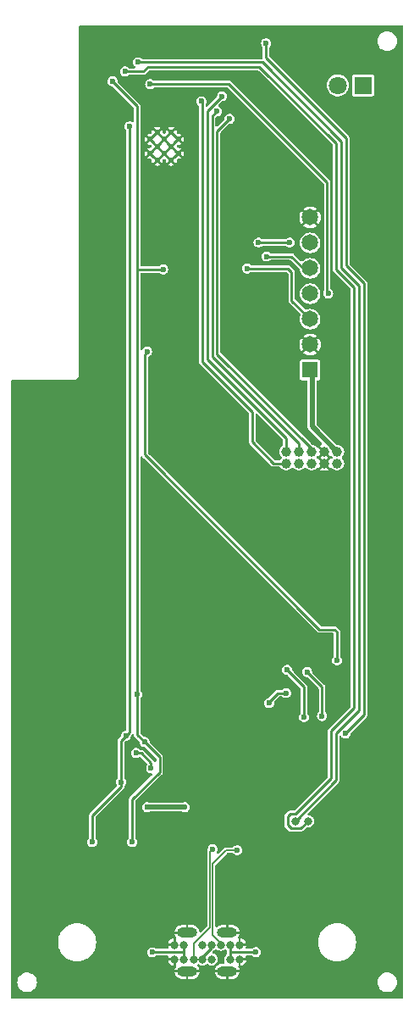
<source format=gbr>
%TF.GenerationSoftware,KiCad,Pcbnew,7.0.1*%
%TF.CreationDate,2023-06-20T23:21:37+02:00*%
%TF.ProjectId,airquality,61697271-7561-46c6-9974-792e6b696361,rev?*%
%TF.SameCoordinates,Original*%
%TF.FileFunction,Copper,L2,Bot*%
%TF.FilePolarity,Positive*%
%FSLAX46Y46*%
G04 Gerber Fmt 4.6, Leading zero omitted, Abs format (unit mm)*
G04 Created by KiCad (PCBNEW 7.0.1) date 2023-06-20 23:21:37*
%MOMM*%
%LPD*%
G01*
G04 APERTURE LIST*
%TA.AperFunction,ComponentPad*%
%ADD10R,1.800000X1.800000*%
%TD*%
%TA.AperFunction,ComponentPad*%
%ADD11C,1.800000*%
%TD*%
%TA.AperFunction,HeatsinkPad*%
%ADD12C,0.600000*%
%TD*%
%TA.AperFunction,ComponentPad*%
%ADD13C,0.800000*%
%TD*%
%TA.AperFunction,ComponentPad*%
%ADD14O,2.000000X1.000000*%
%TD*%
%TA.AperFunction,ComponentPad*%
%ADD15C,1.000000*%
%TD*%
%TA.AperFunction,ComponentPad*%
%ADD16R,1.650000X1.650000*%
%TD*%
%TA.AperFunction,ComponentPad*%
%ADD17C,1.650000*%
%TD*%
%TA.AperFunction,ViaPad*%
%ADD18C,0.600000*%
%TD*%
%TA.AperFunction,ViaPad*%
%ADD19C,0.800000*%
%TD*%
%TA.AperFunction,Conductor*%
%ADD20C,0.250000*%
%TD*%
%TA.AperFunction,Conductor*%
%ADD21C,0.500000*%
%TD*%
%TA.AperFunction,Conductor*%
%ADD22C,0.150000*%
%TD*%
G04 APERTURE END LIST*
D10*
%TO.P,D1,1,K*%
%TO.N,Iluminance*%
X35600000Y91600000D03*
D11*
%TO.P,D1,2,A*%
%TO.N,+3V3*%
X33060000Y91600000D03*
%TD*%
D12*
%TO.P,U1,39,GND*%
%TO.N,GND*%
X15015000Y84100000D03*
X16415000Y84100000D03*
X14315000Y84800000D03*
X15715000Y84800000D03*
X17115000Y84800000D03*
X15015000Y85475000D03*
X16415000Y85475000D03*
X14315000Y86200000D03*
X15715000Y86200000D03*
X17115000Y86200000D03*
X15015000Y86900000D03*
X16415000Y86900000D03*
%TD*%
D13*
%TO.P,USB1,A1,GND*%
%TO.N,GND*%
X23250000Y5750000D03*
%TO.P,USB1,A4,VBUS*%
%TO.N,VBUS*%
X22300000Y5750000D03*
%TO.P,USB1,A5,CC1*%
%TO.N,Net-(USB1-CC1)*%
X21350000Y5750000D03*
%TO.P,USB1,A6,D+*%
%TO.N,D+*%
X20450000Y5750000D03*
%TO.P,USB1,A7,D-*%
%TO.N,D-*%
X19550000Y5750000D03*
%TO.P,USB1,A9,VBUS*%
%TO.N,VBUS*%
X17700000Y5750000D03*
%TO.P,USB1,A12,GND*%
%TO.N,GND*%
X16750000Y5750000D03*
%TO.P,USB1,B1,GND*%
X16750000Y4300000D03*
%TO.P,USB1,B4,VBUS*%
%TO.N,VBUS*%
X17700000Y4300000D03*
%TO.P,USB1,B5,CC2*%
%TO.N,Net-(USB1-CC2)*%
X18650000Y4300000D03*
%TO.P,USB1,B6,D+*%
%TO.N,D+*%
X19550000Y4300000D03*
%TO.P,USB1,B7,D-*%
%TO.N,D-*%
X20450000Y4300000D03*
%TO.P,USB1,B9,VBUS*%
%TO.N,VBUS*%
X22300000Y4300000D03*
%TO.P,USB1,B12,GND*%
%TO.N,GND*%
X23250000Y4300000D03*
D14*
%TO.P,USB1,S1,SHIELD*%
X22000000Y3095000D03*
X22000000Y6955000D03*
X18000000Y3095000D03*
X18000000Y6955000D03*
%TD*%
D15*
%TO.P,U3,1,Vcc*%
%TO.N,VBUS*%
X33000000Y55000000D03*
%TO.P,U3,2,Vcc*%
X33000000Y53840000D03*
%TO.P,U3,3,GND*%
%TO.N,GND*%
X31730000Y55000000D03*
%TO.P,U3,4,GND*%
X31730000Y53840000D03*
%TO.P,U3,5,Reset*%
%TO.N,PMS_RESET*%
X30460000Y55000000D03*
%TO.P,U3,6*%
%TO.N,unconnected-(U3-Pad6)*%
X30460000Y53840000D03*
%TO.P,U3,7,RX*%
%TO.N,PMS_RX*%
X29190000Y55000000D03*
%TO.P,U3,8*%
%TO.N,unconnected-(U3-Pad8)*%
X29190000Y53840000D03*
%TO.P,U3,9,TX*%
%TO.N,PMS_TX*%
X27920000Y55000000D03*
%TO.P,U3,10,Set*%
%TO.N,PMS_SET*%
X27920000Y53840000D03*
%TD*%
D16*
%TO.P,SCD1,1,VDD*%
%TO.N,VBUS*%
X30300000Y63160000D03*
D17*
%TO.P,SCD1,2,GND*%
%TO.N,GND*%
X30300000Y65700000D03*
%TO.P,SCD1,3,TX/SCL*%
%TO.N,SCL*%
X30300000Y68240000D03*
%TO.P,SCD1,4,RX/SDA*%
%TO.N,SDA*%
X30300000Y70780000D03*
%TO.P,SCD1,5,RDY*%
%TO.N,SCD30_RDY*%
X30300000Y73320000D03*
%TO.P,SCD1,6,PWM*%
%TO.N,unconnected-(SCD1-PWM-Pad6)*%
X30300000Y75860000D03*
%TO.P,SCD1,7,SEL*%
%TO.N,GND*%
X30300000Y78400000D03*
%TD*%
D18*
%TO.N,GND*%
X25500000Y57000000D03*
%TO.N,Net-(Q1-B)*%
X29700000Y28500000D03*
X28000000Y33200000D03*
%TO.N,ESP_EN*%
X14000000Y65000000D03*
X33000000Y34175000D03*
%TO.N,Net-(Q2-E)*%
X27900000Y30900000D03*
X26211000Y29900000D03*
%TO.N,ESP_IO0*%
X30000000Y33000000D03*
X25900000Y95800000D03*
X31500000Y28600000D03*
X33850000Y26860000D03*
%TO.N,GND*%
X950000Y32250000D03*
X1000000Y1000000D03*
X1200000Y5950000D03*
X7900000Y70300000D03*
X20300000Y26400000D03*
X5999997Y23200003D03*
X39150000Y43850000D03*
X28250000Y48250000D03*
X20400000Y32850000D03*
X19600000Y59800000D03*
X32450000Y97150000D03*
X27800000Y85200000D03*
D19*
X18600000Y22650000D03*
D18*
X22600000Y75200000D03*
X5999997Y21600003D03*
X33850000Y70700000D03*
X27250000Y83200000D03*
X23900000Y3000000D03*
X39100000Y34650000D03*
X1000000Y11250000D03*
X32800000Y29000000D03*
X20000000Y3100000D03*
X6750000Y1000000D03*
X22200000Y89700000D03*
X8900000Y21500000D03*
X20250000Y39900000D03*
X34600000Y23900000D03*
X8050000Y90000000D03*
X30200000Y80500000D03*
X39050000Y74200000D03*
X39150000Y48650000D03*
X12200000Y950000D03*
X26130000Y79240000D03*
X17000000Y17800000D03*
X39000000Y7200000D03*
X18400000Y64050000D03*
X28800000Y6400000D03*
X8050000Y85200000D03*
X39100000Y67250000D03*
X950000Y39300000D03*
X32700000Y89800000D03*
X11850000Y97200000D03*
X23950000Y68300000D03*
X25700000Y15200000D03*
X22500000Y76700000D03*
X39000000Y1000000D03*
X30800000Y13500000D03*
X12550000Y91800000D03*
X1700000Y54400000D03*
X23500000Y84000000D03*
X26400000Y24300000D03*
X11000000Y57900000D03*
X24400000Y6900000D03*
X6500000Y10500000D03*
X6799997Y26125003D03*
X14700000Y20900000D03*
X34600000Y86600000D03*
X1000000Y25400000D03*
D19*
X24700000Y22700000D03*
D18*
X20150000Y46000000D03*
X4100000Y16500000D03*
X38900000Y83500000D03*
X30600000Y29700000D03*
X14500000Y43900000D03*
X1200000Y48200000D03*
X16850000Y97200000D03*
X21200000Y92600000D03*
X30800000Y25000000D03*
X15300000Y75900000D03*
X36000000Y9500000D03*
X17450000Y69900000D03*
X4100000Y52100000D03*
X30500000Y41500000D03*
X1000000Y61450000D03*
X15600000Y3200000D03*
X39200000Y24100000D03*
X18500000Y1000000D03*
X20450000Y57000000D03*
X19350000Y17800000D03*
X39050000Y92550000D03*
X39050000Y70400000D03*
X28850000Y87350000D03*
X12950000Y7800000D03*
X17900000Y10900000D03*
X27700000Y68100000D03*
X21800000Y17800000D03*
X8500000Y38800000D03*
X17900000Y88850000D03*
X14250000Y28000000D03*
X22600000Y92500000D03*
X39200000Y55000000D03*
X32800000Y60000000D03*
X15700000Y7100000D03*
X15000000Y56600000D03*
X37000000Y67000000D03*
X20150000Y52150000D03*
X11900000Y88800000D03*
X37000000Y60000000D03*
X4300000Y61700000D03*
X10100000Y29300000D03*
X39100000Y60000000D03*
X28200000Y60000000D03*
X1050000Y18950000D03*
X29950000Y92600000D03*
X39100000Y12350000D03*
X12599997Y23400003D03*
X3400000Y46700000D03*
X31600000Y1100000D03*
X14900000Y35600000D03*
X23600000Y97200000D03*
X8000000Y63600000D03*
X39000000Y87300000D03*
X39150000Y18700000D03*
X8050000Y94400000D03*
X14500000Y80500000D03*
X31600000Y45075000D03*
X7750000Y62000000D03*
X27600000Y14950000D03*
X39050000Y39150000D03*
X3400000Y49800000D03*
X1000000Y46400000D03*
X1050000Y52400000D03*
X7900000Y79700000D03*
X7900000Y66800000D03*
X8000000Y97150000D03*
X4000000Y55200000D03*
X39200000Y29550000D03*
X14800000Y67300000D03*
X17000000Y92750000D03*
X7750000Y29250000D03*
X38900000Y97050000D03*
X24950000Y1050000D03*
%TO.N,ESP_RX*%
X13100000Y93900000D03*
D19*
X28800000Y18100000D03*
%TO.N,ESP_TX*%
X30100000Y18100000D03*
D18*
X11800000Y92980000D03*
%TO.N,+3V3*%
X17750000Y19500000D03*
X14000000Y19500000D03*
%TO.N,Net-(USB1-CC1)*%
X23000000Y15200000D03*
%TO.N,Net-(USB1-CC2)*%
X20570000Y15300000D03*
%TO.N,VBUS*%
X14500000Y5000000D03*
X24875000Y5025000D03*
%TO.N,SCD30_RDY*%
X25950000Y74500000D03*
%TO.N,SDA*%
X8500000Y16000000D03*
X12250000Y87500000D03*
X14300000Y91700000D03*
X32100000Y70800000D03*
X11399997Y22000003D03*
X11875000Y26625000D03*
%TO.N,SCL*%
X10535000Y92000000D03*
X13000000Y30750000D03*
X13750000Y26000000D03*
X24000000Y73300000D03*
X12500000Y16000000D03*
X15600000Y73200000D03*
%TO.N,+1V8*%
X14399997Y23400003D03*
X12899997Y24900003D03*
%TO.N,PMS_SET*%
X19425000Y90000000D03*
%TO.N,PMS_TX*%
X21500000Y90500000D03*
%TO.N,PMS_RX*%
X21000000Y89000000D03*
%TO.N,PMS_RESET*%
X22250000Y88250000D03*
%TO.N,Iluminance*%
X28250000Y75900000D03*
X25150000Y75900000D03*
%TD*%
D20*
%TO.N,PMS_SET*%
X19500000Y89925000D02*
X19425000Y90000000D01*
X19500000Y64000000D02*
X19500000Y89925000D01*
X24500000Y56000000D02*
X24500000Y59000000D01*
X27920000Y53840000D02*
X26660000Y53840000D01*
X26660000Y53840000D02*
X24500000Y56000000D01*
X24500000Y59000000D02*
X19500000Y64000000D01*
%TO.N,Net-(Q1-B)*%
X28000000Y33200000D02*
X29700000Y31500000D01*
X29700000Y31500000D02*
X29700000Y28500000D01*
%TO.N,ESP_EN*%
X14000000Y65000000D02*
X13750000Y64750000D01*
X13750000Y64750000D02*
X13750000Y54750000D01*
X32750000Y37250000D02*
X33000000Y37000000D01*
X33000000Y37000000D02*
X33000000Y34175000D01*
X31250000Y37250000D02*
X32750000Y37250000D01*
X13750000Y54750000D02*
X31250000Y37250000D01*
%TO.N,Net-(Q2-E)*%
X27100000Y30900000D02*
X26211000Y30011000D01*
X26211000Y30011000D02*
X26211000Y29900000D01*
X27900000Y30900000D02*
X27100000Y30900000D01*
%TO.N,ESP_IO0*%
X33850000Y26860000D02*
X35700000Y28710000D01*
X33900000Y73600000D02*
X33900000Y86350000D01*
X30000000Y33000000D02*
X31500000Y31500000D01*
X35700000Y28710000D02*
X35700000Y71800000D01*
X33900000Y86350000D02*
X25900000Y94350000D01*
X31500000Y31500000D02*
X31500000Y28600000D01*
X35700000Y71800000D02*
X33900000Y73600000D01*
X25900000Y94350000D02*
X25900000Y95800000D01*
%TO.N,ESP_RX*%
X33400000Y86000000D02*
X25500000Y93900000D01*
X33400000Y73400000D02*
X33400000Y86000000D01*
X28800000Y18100000D02*
X32900000Y22200000D01*
X32900000Y26900000D02*
X35200000Y29200000D01*
X35200000Y29200000D02*
X35200000Y71600000D01*
X35200000Y71600000D02*
X33400000Y73400000D01*
X32900000Y22200000D02*
X32900000Y26900000D01*
X25500000Y93900000D02*
X13100000Y93900000D01*
%TO.N,ESP_TX*%
X13600000Y92970000D02*
X14080000Y93450000D01*
X28050000Y17700000D02*
X28375000Y17375000D01*
X28375000Y17375000D02*
X29375000Y17375000D01*
X28850000Y18850000D02*
X28350000Y18850000D01*
X32400000Y27100000D02*
X32400000Y22400000D01*
X28050000Y18550000D02*
X28050000Y17700000D01*
X34700000Y71400000D02*
X34700000Y29400000D01*
X11800000Y92980000D02*
X11810000Y92970000D01*
X32900000Y85780646D02*
X32900000Y73200000D01*
X32900000Y73200000D02*
X34700000Y71400000D01*
X14080000Y93450000D02*
X25230646Y93450000D01*
X32400000Y22400000D02*
X28850000Y18850000D01*
X25230646Y93450000D02*
X32900000Y85780646D01*
X11810000Y92970000D02*
X13600000Y92970000D01*
X29375000Y17375000D02*
X30100000Y18100000D01*
X28350000Y18850000D02*
X28050000Y18550000D01*
X34700000Y29400000D02*
X32400000Y27100000D01*
D21*
%TO.N,+3V3*%
X17750000Y19500000D02*
X14000000Y19500000D01*
D22*
%TO.N,Net-(USB1-CC1)*%
X21900000Y15200000D02*
X20560000Y13860000D01*
X21220000Y6060000D02*
X21280000Y6060000D01*
X23000000Y15200000D02*
X21900000Y15200000D01*
X20560000Y6720000D02*
X21220000Y6060000D01*
X20560000Y13860000D02*
X20560000Y6720000D01*
%TO.N,Net-(USB1-CC2)*%
X20283000Y7484738D02*
X18650000Y5851738D01*
X20283000Y15013000D02*
X20283000Y7484738D01*
X20570000Y15300000D02*
X20283000Y15013000D01*
X18650000Y5851738D02*
X18650000Y4300000D01*
D21*
%TO.N,VBUS*%
X30500000Y62960000D02*
X30500000Y57500000D01*
D20*
X22325000Y5025000D02*
X24875000Y5025000D01*
X22300000Y5750000D02*
X22300000Y4300000D01*
X17700000Y5000000D02*
X17680000Y5020000D01*
X22300000Y5000000D02*
X22325000Y5025000D01*
X14520000Y5020000D02*
X14500000Y5000000D01*
X17700000Y5750000D02*
X17700000Y4300000D01*
D21*
X30500000Y57500000D02*
X33000000Y55000000D01*
D20*
X17680000Y5020000D02*
X14520000Y5020000D01*
%TO.N,SCD30_RDY*%
X25950000Y74500000D02*
X28450000Y74500000D01*
X28450000Y74500000D02*
X29630000Y73320000D01*
%TO.N,SDA*%
X32100000Y70800000D02*
X32000000Y70900000D01*
X8500000Y18649997D02*
X8500000Y16000000D01*
X22150000Y91750000D02*
X14350000Y91750000D01*
X12250000Y27000000D02*
X12250000Y87500000D01*
X32000000Y70900000D02*
X32000000Y81900000D01*
X11399997Y21549994D02*
X8500000Y18649997D01*
X11875000Y26625000D02*
X12250000Y27000000D01*
X11875000Y26625000D02*
X11399997Y26149997D01*
X14350000Y91750000D02*
X14300000Y91700000D01*
X32000000Y81900000D02*
X22150000Y91750000D01*
X11399997Y26149997D02*
X11399997Y22000003D01*
X11399997Y22000003D02*
X11399997Y21549994D01*
%TO.N,SCL*%
X28450000Y72950000D02*
X28450000Y70090000D01*
X13000000Y26750000D02*
X13750000Y26000000D01*
X15250000Y23000000D02*
X12500000Y20250000D01*
X28450000Y70090000D02*
X30300000Y68240000D01*
X15250000Y24500000D02*
X15250000Y23000000D01*
X13000000Y73200000D02*
X13000000Y69966842D01*
X24000000Y73300000D02*
X28100000Y73300000D01*
X15600000Y73200000D02*
X13000000Y73200000D01*
X28100000Y73300000D02*
X28450000Y72950000D01*
X13000000Y89500000D02*
X13000000Y69966842D01*
X12500000Y20250000D02*
X12500000Y16000000D01*
X10535000Y91965000D02*
X13000000Y89500000D01*
X13000000Y30750000D02*
X13000000Y69966842D01*
X13000000Y30750000D02*
X13000000Y26750000D01*
X10535000Y92000000D02*
X10535000Y91965000D01*
X13750000Y26000000D02*
X15250000Y24500000D01*
%TO.N,+1V8*%
X14399997Y23900003D02*
X14399997Y23400003D01*
X12899997Y24900003D02*
X13399997Y24900003D01*
X13399997Y24900003D02*
X14399997Y23900003D01*
%TO.N,PMS_TX*%
X20000000Y89000000D02*
X21500000Y90500000D01*
X27920000Y56330000D02*
X20000000Y64250000D01*
X27920000Y55000000D02*
X27920000Y56330000D01*
X20000000Y64250000D02*
X20000000Y89000000D01*
%TO.N,PMS_RX*%
X20500000Y64500000D02*
X20500000Y88500000D01*
X29190000Y55000000D02*
X29190000Y55810000D01*
X29190000Y55810000D02*
X20500000Y64500000D01*
X20500000Y88500000D02*
X21000000Y89000000D01*
%TO.N,PMS_RESET*%
X21000000Y87000000D02*
X22250000Y88250000D01*
X21000000Y64750000D02*
X21000000Y87000000D01*
X30460000Y55290000D02*
X21000000Y64750000D01*
%TO.N,Iluminance*%
X28250000Y75900000D02*
X25150000Y75900000D01*
%TO.N,D+*%
X20450000Y5450000D02*
X20450000Y5750000D01*
X19550000Y4550000D02*
X20450000Y5450000D01*
%TD*%
%TA.AperFunction,Conductor*%
%TO.N,GND*%
G36*
X24987818Y58782742D02*
G01*
X25037181Y58752492D01*
X27558181Y56231492D01*
X27585061Y56191264D01*
X27594500Y56143811D01*
X27594500Y55695242D01*
X27576617Y55631093D01*
X27528128Y55585448D01*
X27523234Y55582879D01*
X27519149Y55580735D01*
X27391815Y55467928D01*
X27295182Y55327931D01*
X27234860Y55168873D01*
X27214354Y55000001D01*
X27234860Y54831128D01*
X27295182Y54672070D01*
X27391817Y54532070D01*
X27413552Y54512815D01*
X27450429Y54454499D01*
X27450429Y54385501D01*
X27413552Y54327185D01*
X27391817Y54307931D01*
X27330475Y54219060D01*
X27286051Y54179703D01*
X27228425Y54165500D01*
X26846189Y54165500D01*
X26798736Y54174939D01*
X26758508Y54201819D01*
X24861819Y56098507D01*
X24834939Y56138735D01*
X24825500Y56186188D01*
X24825500Y58664811D01*
X24839015Y58721106D01*
X24876615Y58765129D01*
X24930102Y58787284D01*
X24987818Y58782742D01*
G37*
%TD.AperFunction*%
%TA.AperFunction,Conductor*%
G36*
X39537500Y97582887D02*
G01*
X39582887Y97537500D01*
X39599500Y97475500D01*
X39599500Y524500D01*
X39582887Y462500D01*
X39537500Y417113D01*
X39475500Y400500D01*
X524500Y400500D01*
X462500Y417113D01*
X417113Y462500D01*
X400500Y524500D01*
X400500Y2000000D01*
X1018775Y2000000D01*
X1037628Y1808574D01*
X1037629Y1808572D01*
X1093466Y1624501D01*
X1184141Y1454861D01*
X1231821Y1396762D01*
X1306168Y1306169D01*
X1380515Y1245155D01*
X1454861Y1184141D01*
X1624501Y1093466D01*
X1808572Y1037629D01*
X2000000Y1018775D01*
X2191428Y1037629D01*
X2375499Y1093466D01*
X2545139Y1184141D01*
X2693831Y1306169D01*
X2815859Y1454861D01*
X2906534Y1624501D01*
X2962371Y1808572D01*
X2981225Y2000000D01*
X37018775Y2000000D01*
X37037628Y1808574D01*
X37037629Y1808572D01*
X37093466Y1624501D01*
X37184141Y1454861D01*
X37231821Y1396762D01*
X37306168Y1306169D01*
X37380515Y1245155D01*
X37454861Y1184141D01*
X37624501Y1093466D01*
X37808572Y1037629D01*
X38000000Y1018775D01*
X38191428Y1037629D01*
X38375499Y1093466D01*
X38545139Y1184141D01*
X38693831Y1306169D01*
X38815859Y1454861D01*
X38906534Y1624501D01*
X38962371Y1808572D01*
X38981225Y2000000D01*
X38962371Y2191428D01*
X38906534Y2375499D01*
X38815859Y2545139D01*
X38734660Y2644081D01*
X38693831Y2693832D01*
X38569437Y2795918D01*
X38545139Y2815859D01*
X38460318Y2861197D01*
X38375501Y2906533D01*
X38375500Y2906534D01*
X38375499Y2906534D01*
X38283463Y2934453D01*
X38191426Y2962372D01*
X38000000Y2981225D01*
X37808573Y2962372D01*
X37624498Y2906533D01*
X37454862Y2815860D01*
X37306168Y2693832D01*
X37184140Y2545138D01*
X37093467Y2375502D01*
X37037628Y2191427D01*
X37018775Y2000000D01*
X2981225Y2000000D01*
X2962371Y2191428D01*
X2906534Y2375499D01*
X2815859Y2545139D01*
X2734660Y2644081D01*
X2693831Y2693832D01*
X2569437Y2795918D01*
X2545139Y2815859D01*
X2460318Y2861197D01*
X2375501Y2906533D01*
X2375500Y2906534D01*
X2375499Y2906534D01*
X2283463Y2934453D01*
X2191426Y2962372D01*
X2113974Y2970000D01*
X16760470Y2970000D01*
X16776614Y2878437D01*
X16846059Y2717447D01*
X16950756Y2576815D01*
X17085060Y2464120D01*
X17241739Y2385433D01*
X17412340Y2345000D01*
X17875000Y2345000D01*
X17875000Y2970000D01*
X18125000Y2970000D01*
X18125000Y2345000D01*
X18543681Y2345000D01*
X18674140Y2360249D01*
X18838889Y2420213D01*
X18985374Y2516557D01*
X19105687Y2644081D01*
X19193349Y2795918D01*
X19243633Y2963878D01*
X19243990Y2970000D01*
X20760470Y2970000D01*
X20776614Y2878437D01*
X20846059Y2717447D01*
X20950756Y2576815D01*
X21085060Y2464120D01*
X21241739Y2385433D01*
X21412340Y2345000D01*
X21875000Y2345000D01*
X21875000Y2970000D01*
X22125000Y2970000D01*
X22125000Y2345000D01*
X22543681Y2345000D01*
X22674140Y2360249D01*
X22838889Y2420213D01*
X22985374Y2516557D01*
X23105687Y2644081D01*
X23193349Y2795918D01*
X23243633Y2963878D01*
X23243990Y2970000D01*
X22125000Y2970000D01*
X21875000Y2970000D01*
X20760470Y2970000D01*
X19243990Y2970000D01*
X18125000Y2970000D01*
X17875000Y2970000D01*
X16760470Y2970000D01*
X2113974Y2970000D01*
X2000000Y2981225D01*
X1808573Y2962372D01*
X1624498Y2906533D01*
X1454862Y2815860D01*
X1306168Y2693832D01*
X1184140Y2545138D01*
X1093467Y2375502D01*
X1037628Y2191427D01*
X1018775Y2000000D01*
X400500Y2000000D01*
X400500Y6000000D01*
X5094644Y6000000D01*
X5114039Y5728839D01*
X5171823Y5463204D01*
X5171825Y5463199D01*
X5266828Y5208487D01*
X5266830Y5208483D01*
X5266831Y5208481D01*
X5397109Y4969892D01*
X5397113Y4969887D01*
X5560029Y4752258D01*
X5752258Y4560029D01*
X5932635Y4425000D01*
X5969891Y4397110D01*
X6145905Y4301000D01*
X6208487Y4266828D01*
X6463199Y4171825D01*
X6463202Y4171825D01*
X6463203Y4171824D01*
X6512852Y4161024D01*
X6728840Y4114039D01*
X7000000Y4094645D01*
X7271160Y4114039D01*
X7536801Y4171825D01*
X7545313Y4175000D01*
X16110404Y4175000D01*
X16114253Y4143300D01*
X16170224Y3995715D01*
X16259897Y3865803D01*
X16378045Y3761133D01*
X16517812Y3687777D01*
X16624999Y3661357D01*
X16625000Y3661357D01*
X16625000Y4175000D01*
X16110404Y4175000D01*
X7545313Y4175000D01*
X7791513Y4266828D01*
X7965319Y4361734D01*
X8030108Y4397110D01*
X8030109Y4397111D01*
X8030113Y4397113D01*
X8247742Y4560029D01*
X8439971Y4752258D01*
X8602887Y4969887D01*
X8611569Y4985786D01*
X8619330Y5000000D01*
X13994353Y5000000D01*
X14014834Y4857543D01*
X14074623Y4726626D01*
X14168870Y4617859D01*
X14168872Y4617857D01*
X14289947Y4540047D01*
X14428039Y4499500D01*
X14571961Y4499500D01*
X14710053Y4540047D01*
X14831128Y4617857D01*
X14860455Y4651704D01*
X14902656Y4683294D01*
X14954168Y4694500D01*
X16024794Y4694500D01*
X16082420Y4680297D01*
X16126844Y4640940D01*
X16147890Y4585447D01*
X16140736Y4526530D01*
X16114253Y4456701D01*
X16110404Y4425000D01*
X16751000Y4425000D01*
X16813000Y4408387D01*
X16858387Y4363000D01*
X16875000Y4301000D01*
X16875000Y3648988D01*
X16885709Y3635414D01*
X16896841Y3577940D01*
X16880366Y3521764D01*
X16806650Y3394083D01*
X16756366Y3226123D01*
X16756009Y3220001D01*
X16756010Y3220000D01*
X19239530Y3220000D01*
X19239529Y3220001D01*
X19223385Y3311564D01*
X19153940Y3472554D01*
X19049243Y3613186D01*
X19025614Y3633013D01*
X18989109Y3684746D01*
X18982904Y3747757D01*
X19008615Y3805617D01*
X19059539Y3843241D01*
X19122399Y3850820D01*
X19180806Y3826378D01*
X19247158Y3775465D01*
X19247159Y3775464D01*
X19393238Y3714956D01*
X19529361Y3697036D01*
X19549999Y3694318D01*
X19549999Y3694319D01*
X19550000Y3694318D01*
X19706762Y3714956D01*
X19852841Y3775464D01*
X19924517Y3830463D01*
X19973160Y3853146D01*
X20026837Y3853146D01*
X20075485Y3830461D01*
X20076409Y3829752D01*
X20147159Y3775464D01*
X20293238Y3714956D01*
X20429361Y3697036D01*
X20449999Y3694318D01*
X20449999Y3694319D01*
X20450000Y3694318D01*
X20606762Y3714956D01*
X20752841Y3775464D01*
X20822609Y3829000D01*
X20870017Y3849382D01*
X20879297Y3873042D01*
X20974536Y3997159D01*
X21035044Y4143238D01*
X21055682Y4300000D01*
X21035044Y4456762D01*
X20974536Y4602841D01*
X20925000Y4667398D01*
X20878282Y4728283D01*
X20752840Y4824537D01*
X20593382Y4890586D01*
X20544981Y4926482D01*
X20519217Y4980956D01*
X20522173Y5041142D01*
X20553151Y5092826D01*
X20620940Y5160615D01*
X20661162Y5187491D01*
X20752841Y5225464D01*
X20824513Y5280461D01*
X20873161Y5303146D01*
X20926839Y5303146D01*
X20975486Y5280461D01*
X21047159Y5225464D01*
X21193238Y5164956D01*
X21350000Y5144318D01*
X21506762Y5164956D01*
X21652841Y5225464D01*
X21749516Y5299646D01*
X21798161Y5322329D01*
X21851839Y5322329D01*
X21900483Y5299646D01*
X21925988Y5280075D01*
X21961712Y5236545D01*
X21974500Y5181701D01*
X21974500Y5059180D01*
X21970642Y5029877D01*
X21974028Y4991181D01*
X21974500Y4980373D01*
X21974500Y4868299D01*
X21961712Y4813455D01*
X21925986Y4769923D01*
X21871717Y4728282D01*
X21775463Y4602841D01*
X21714956Y4456763D01*
X21694317Y4300001D01*
X21714956Y4143238D01*
X21767472Y4016452D01*
X21776314Y3956846D01*
X21756013Y3900109D01*
X21711364Y3859642D01*
X21652911Y3845000D01*
X21456319Y3845000D01*
X21325859Y3829752D01*
X21161110Y3769788D01*
X21045814Y3693957D01*
X21008852Y3682481D01*
X20988289Y3645529D01*
X20894311Y3545918D01*
X20806650Y3394083D01*
X20756366Y3226123D01*
X20756009Y3220001D01*
X20756010Y3220000D01*
X23239530Y3220000D01*
X23239529Y3220001D01*
X23223385Y3311564D01*
X23153940Y3472554D01*
X23126748Y3509079D01*
X23103172Y3567721D01*
X23111562Y3630366D01*
X23125000Y3648097D01*
X23125000Y4175000D01*
X23375000Y4175000D01*
X23375000Y3661357D01*
X23482187Y3687777D01*
X23621954Y3761133D01*
X23740102Y3865803D01*
X23829775Y3995715D01*
X23885746Y4143300D01*
X23889596Y4175000D01*
X23375000Y4175000D01*
X23125000Y4175000D01*
X23125000Y4301000D01*
X23141613Y4363000D01*
X23187000Y4408387D01*
X23249000Y4425000D01*
X23889596Y4425000D01*
X23885746Y4456701D01*
X23857368Y4531530D01*
X23850214Y4590447D01*
X23871260Y4645940D01*
X23915685Y4685297D01*
X23973310Y4699500D01*
X24438162Y4699500D01*
X24489675Y4688294D01*
X24531874Y4656703D01*
X24543872Y4642857D01*
X24664947Y4565047D01*
X24803039Y4524500D01*
X24946961Y4524500D01*
X25085053Y4565047D01*
X25206128Y4642857D01*
X25300377Y4751627D01*
X25360165Y4882543D01*
X25380647Y5025000D01*
X25360525Y5164956D01*
X25360165Y5167458D01*
X25300376Y5298375D01*
X25206129Y5407142D01*
X25206128Y5407143D01*
X25085053Y5484953D01*
X24946961Y5525500D01*
X24803039Y5525500D01*
X24664947Y5484953D01*
X24543873Y5407144D01*
X24543872Y5407144D01*
X24543872Y5407143D01*
X24531874Y5393298D01*
X24489675Y5361706D01*
X24438162Y5350500D01*
X23973310Y5350500D01*
X23915685Y5364703D01*
X23871260Y5404060D01*
X23850214Y5459553D01*
X23857368Y5518470D01*
X23885746Y5593300D01*
X23889596Y5625000D01*
X23249000Y5625000D01*
X23187000Y5641613D01*
X23141613Y5687000D01*
X23125000Y5749000D01*
X23125000Y6388644D01*
X23375000Y6388644D01*
X23375000Y5875000D01*
X23889596Y5875000D01*
X23885746Y5906701D01*
X23850363Y6000000D01*
X31094644Y6000000D01*
X31114039Y5728839D01*
X31171823Y5463204D01*
X31171825Y5463199D01*
X31266828Y5208487D01*
X31266830Y5208483D01*
X31266831Y5208481D01*
X31397109Y4969892D01*
X31397113Y4969887D01*
X31560029Y4752258D01*
X31752258Y4560029D01*
X31932635Y4425000D01*
X31969891Y4397110D01*
X32145905Y4301000D01*
X32208487Y4266828D01*
X32463199Y4171825D01*
X32463202Y4171825D01*
X32463203Y4171824D01*
X32512852Y4161024D01*
X32728840Y4114039D01*
X33000000Y4094645D01*
X33271160Y4114039D01*
X33536801Y4171825D01*
X33791513Y4266828D01*
X33965319Y4361734D01*
X34030108Y4397110D01*
X34030109Y4397111D01*
X34030113Y4397113D01*
X34247742Y4560029D01*
X34439971Y4752258D01*
X34602887Y4969887D01*
X34611569Y4985786D01*
X34662178Y5078471D01*
X34733172Y5208487D01*
X34828175Y5463199D01*
X34885961Y5728840D01*
X34905355Y6000000D01*
X34885961Y6271160D01*
X34831805Y6520114D01*
X34828176Y6536797D01*
X34828175Y6536801D01*
X34733172Y6791513D01*
X34699295Y6853555D01*
X34602890Y7030109D01*
X34554455Y7094810D01*
X34439971Y7247742D01*
X34247742Y7439971D01*
X34084017Y7562535D01*
X34030108Y7602891D01*
X33791519Y7733169D01*
X33791517Y7733170D01*
X33791513Y7733172D01*
X33536801Y7828175D01*
X33536796Y7828177D01*
X33271161Y7885961D01*
X33000000Y7905356D01*
X32728838Y7885961D01*
X32463203Y7828177D01*
X32318956Y7774376D01*
X32208487Y7733172D01*
X32208484Y7733171D01*
X32208480Y7733169D01*
X31969891Y7602891D01*
X31752255Y7439969D01*
X31560031Y7247745D01*
X31397109Y7030109D01*
X31266831Y6791520D01*
X31171823Y6536797D01*
X31114039Y6271162D01*
X31094644Y6000000D01*
X23850363Y6000000D01*
X23829775Y6054286D01*
X23740102Y6184198D01*
X23621954Y6288868D01*
X23482187Y6362224D01*
X23375000Y6388644D01*
X23125000Y6388644D01*
X23125000Y6401012D01*
X23114290Y6414588D01*
X23103158Y6472062D01*
X23119634Y6528238D01*
X23193349Y6655917D01*
X23243633Y6823878D01*
X23243990Y6830000D01*
X21999000Y6830000D01*
X21937000Y6846613D01*
X21891613Y6892000D01*
X21875000Y6954000D01*
X21875000Y7705000D01*
X22125000Y7705000D01*
X22125000Y7080000D01*
X23239530Y7080000D01*
X23239529Y7080001D01*
X23223385Y7171564D01*
X23153940Y7332554D01*
X23049243Y7473186D01*
X22914939Y7585881D01*
X22758260Y7664568D01*
X22587660Y7705000D01*
X22125000Y7705000D01*
X21875000Y7705000D01*
X21456319Y7705000D01*
X21325859Y7689752D01*
X21161107Y7629787D01*
X21027639Y7542003D01*
X20964909Y7521721D01*
X20900650Y7536458D01*
X20853026Y7582048D01*
X20835500Y7645603D01*
X20835500Y13694522D01*
X20844939Y13741975D01*
X20871819Y13782203D01*
X21977797Y14888181D01*
X22018025Y14915061D01*
X22065478Y14924500D01*
X22519837Y14924500D01*
X22571349Y14913294D01*
X22613549Y14881704D01*
X22668872Y14817857D01*
X22789947Y14740047D01*
X22928039Y14699500D01*
X23071961Y14699500D01*
X23210053Y14740047D01*
X23331128Y14817857D01*
X23425377Y14926627D01*
X23485165Y15057543D01*
X23505647Y15200000D01*
X23485165Y15342457D01*
X23442095Y15436765D01*
X23425376Y15473375D01*
X23331129Y15582142D01*
X23331128Y15582143D01*
X23210053Y15659953D01*
X23071961Y15700500D01*
X22928039Y15700500D01*
X22789947Y15659953D01*
X22668872Y15582144D01*
X22636118Y15544343D01*
X22613549Y15518297D01*
X22571349Y15486706D01*
X22519837Y15475500D01*
X21939344Y15475500D01*
X21915153Y15477883D01*
X21900000Y15480898D01*
X21884847Y15477883D01*
X21884845Y15477883D01*
X21792504Y15459515D01*
X21758457Y15436765D01*
X21758456Y15436764D01*
X21730849Y15418320D01*
X21730850Y15418319D01*
X21701375Y15398625D01*
X21692792Y15385778D01*
X21677372Y15366990D01*
X21194200Y14883817D01*
X21134605Y14850721D01*
X21066521Y14854126D01*
X21010525Y14893005D01*
X20983542Y14955606D01*
X20993725Y15023010D01*
X21055165Y15157543D01*
X21061925Y15204560D01*
X21075647Y15300000D01*
X21055165Y15442457D01*
X21038986Y15477883D01*
X20995376Y15573375D01*
X20901129Y15682142D01*
X20901128Y15682143D01*
X20780053Y15759953D01*
X20641961Y15800500D01*
X20498039Y15800500D01*
X20359947Y15759953D01*
X20238870Y15682142D01*
X20144623Y15573375D01*
X20084834Y15442458D01*
X20064353Y15300001D01*
X20071592Y15249643D01*
X20069780Y15204560D01*
X20051958Y15163110D01*
X20023485Y15120496D01*
X20012095Y15063236D01*
X20002103Y15013000D01*
X20005117Y14997848D01*
X20007500Y14973656D01*
X20007500Y7650216D01*
X19998061Y7602763D01*
X19971181Y7562535D01*
X19445304Y7036660D01*
X19387096Y7003894D01*
X19320335Y7006080D01*
X19264394Y7042583D01*
X19235507Y7102810D01*
X19223384Y7171566D01*
X19153940Y7332554D01*
X19049243Y7473186D01*
X18914939Y7585881D01*
X18758260Y7664568D01*
X18587660Y7705000D01*
X18125000Y7705000D01*
X18125000Y6954000D01*
X18108387Y6892000D01*
X18063000Y6846613D01*
X18001000Y6830000D01*
X16760470Y6830000D01*
X16776614Y6738437D01*
X16846059Y6577447D01*
X16873251Y6540922D01*
X16896827Y6482281D01*
X16888439Y6419639D01*
X16875000Y6401905D01*
X16875000Y5749000D01*
X16858387Y5687000D01*
X16813000Y5641613D01*
X16751000Y5625000D01*
X16110404Y5625000D01*
X16114253Y5593300D01*
X16144528Y5513470D01*
X16151682Y5454553D01*
X16130636Y5399060D01*
X16086211Y5359703D01*
X16028586Y5345500D01*
X14919508Y5345500D01*
X14867997Y5356706D01*
X14846375Y5372891D01*
X14846127Y5372504D01*
X14710054Y5459953D01*
X14571961Y5500500D01*
X14428039Y5500500D01*
X14289947Y5459953D01*
X14168870Y5382142D01*
X14074623Y5273375D01*
X14014834Y5142458D01*
X13994353Y5000000D01*
X8619330Y5000000D01*
X8662178Y5078471D01*
X8733172Y5208487D01*
X8828175Y5463199D01*
X8885961Y5728840D01*
X8896415Y5875000D01*
X16110404Y5875000D01*
X16625000Y5875000D01*
X16625000Y6388643D01*
X16624999Y6388644D01*
X16517812Y6362224D01*
X16378045Y6288868D01*
X16259897Y6184198D01*
X16170224Y6054286D01*
X16114253Y5906701D01*
X16110404Y5875000D01*
X8896415Y5875000D01*
X8905355Y6000000D01*
X8885961Y6271160D01*
X8831805Y6520114D01*
X8828176Y6536797D01*
X8828175Y6536801D01*
X8733172Y6791513D01*
X8699295Y6853555D01*
X8602890Y7030109D01*
X8565541Y7080001D01*
X16756009Y7080001D01*
X16756010Y7080000D01*
X17875000Y7080000D01*
X17875000Y7705000D01*
X17456319Y7705000D01*
X17325859Y7689752D01*
X17161110Y7629788D01*
X17014625Y7533444D01*
X16894312Y7405920D01*
X16806650Y7254083D01*
X16756366Y7086123D01*
X16756009Y7080001D01*
X8565541Y7080001D01*
X8554455Y7094810D01*
X8439971Y7247742D01*
X8247742Y7439971D01*
X8084017Y7562535D01*
X8030108Y7602891D01*
X7791519Y7733169D01*
X7791517Y7733170D01*
X7791513Y7733172D01*
X7536801Y7828175D01*
X7536796Y7828177D01*
X7271161Y7885961D01*
X7000000Y7905356D01*
X6728838Y7885961D01*
X6463203Y7828177D01*
X6318956Y7774376D01*
X6208487Y7733172D01*
X6208484Y7733171D01*
X6208480Y7733169D01*
X5969891Y7602891D01*
X5752255Y7439969D01*
X5560031Y7247745D01*
X5397109Y7030109D01*
X5266831Y6791520D01*
X5171823Y6536797D01*
X5114039Y6271162D01*
X5094644Y6000000D01*
X400500Y6000000D01*
X400500Y16000001D01*
X7994353Y16000001D01*
X8014834Y15857543D01*
X8074623Y15726626D01*
X8168870Y15617859D01*
X8168872Y15617857D01*
X8289947Y15540047D01*
X8428039Y15499500D01*
X8571961Y15499500D01*
X8710053Y15540047D01*
X8831128Y15617857D01*
X8925377Y15726627D01*
X8985165Y15857543D01*
X9005647Y16000000D01*
X8985165Y16142457D01*
X8925377Y16273373D01*
X8925376Y16273374D01*
X8925376Y16273375D01*
X8855787Y16353686D01*
X8833318Y16391555D01*
X8825500Y16434888D01*
X8825500Y18463809D01*
X8834939Y18511262D01*
X8861819Y18551490D01*
X9536956Y19226627D01*
X11616287Y21305960D01*
X11624255Y21313260D01*
X11653189Y21337537D01*
X11653189Y21337538D01*
X11653191Y21337539D01*
X11672088Y21370272D01*
X11677884Y21379369D01*
X11699551Y21410310D01*
X11699551Y21410312D01*
X11700170Y21411195D01*
X11710396Y21435882D01*
X11710583Y21436947D01*
X11710585Y21436949D01*
X11717146Y21474164D01*
X11719475Y21484670D01*
X11729261Y21521187D01*
X11726327Y21554722D01*
X11731893Y21603753D01*
X11756141Y21646731D01*
X11825374Y21726630D01*
X11885162Y21857546D01*
X11905644Y22000003D01*
X11885162Y22142460D01*
X11825374Y22273376D01*
X11825373Y22273377D01*
X11825373Y22273378D01*
X11755784Y22353689D01*
X11733315Y22391558D01*
X11725497Y22434891D01*
X11725497Y25963809D01*
X11734936Y26011262D01*
X11761816Y26051490D01*
X11798507Y26088181D01*
X11838735Y26115061D01*
X11886188Y26124500D01*
X11946961Y26124500D01*
X12085053Y26165047D01*
X12206128Y26242857D01*
X12300377Y26351627D01*
X12360165Y26482543D01*
X12380647Y26625000D01*
X12380646Y26625004D01*
X12382383Y26637081D01*
X12394237Y26674939D01*
X12417437Y26707113D01*
X12466290Y26755966D01*
X12474246Y26763257D01*
X12476362Y26765032D01*
X12531876Y26791659D01*
X12593355Y26788303D01*
X12645641Y26755788D01*
X12675842Y26702133D01*
X12680512Y26684703D01*
X12682853Y26674148D01*
X12689599Y26635893D01*
X12699829Y26611197D01*
X12700446Y26610316D01*
X12722112Y26579373D01*
X12727915Y26570264D01*
X12746806Y26537545D01*
X12775742Y26513265D01*
X12783718Y26505956D01*
X13207559Y26082114D01*
X13230762Y26049937D01*
X13242616Y26012080D01*
X13264834Y25857543D01*
X13324623Y25726626D01*
X13418870Y25617859D01*
X13418872Y25617857D01*
X13539947Y25540047D01*
X13678039Y25499500D01*
X13738812Y25499500D01*
X13786265Y25490061D01*
X13826493Y25463181D01*
X14888181Y24401492D01*
X14915061Y24361264D01*
X14924500Y24313811D01*
X14924500Y24111704D01*
X14908953Y24051587D01*
X14866210Y24006546D01*
X14806989Y23987874D01*
X14746141Y24000254D01*
X14698925Y24040581D01*
X14677889Y24070624D01*
X14672077Y24079747D01*
X14653191Y24112459D01*
X14624252Y24136741D01*
X14616277Y24144049D01*
X13644040Y25116286D01*
X13636731Y25124262D01*
X13612451Y25153198D01*
X13579733Y25172088D01*
X13570624Y25177891D01*
X13539681Y25199557D01*
X13538800Y25200174D01*
X13514104Y25210404D01*
X13475849Y25217150D01*
X13465293Y25219491D01*
X13428804Y25229268D01*
X13391177Y25225975D01*
X13380369Y25225503D01*
X13336835Y25225503D01*
X13285322Y25236709D01*
X13243122Y25268301D01*
X13231125Y25282146D01*
X13110050Y25359956D01*
X12971958Y25400503D01*
X12828036Y25400503D01*
X12689944Y25359956D01*
X12568867Y25282145D01*
X12474620Y25173378D01*
X12414831Y25042461D01*
X12394350Y24900003D01*
X12414831Y24757546D01*
X12474620Y24626629D01*
X12559383Y24528807D01*
X12568869Y24517860D01*
X12689944Y24440050D01*
X12828036Y24399503D01*
X12971958Y24399503D01*
X13110050Y24440050D01*
X13202273Y24499319D01*
X13254589Y24518125D01*
X13309866Y24512182D01*
X13356991Y24482683D01*
X13981970Y23857704D01*
X14013266Y23804958D01*
X14015455Y23743666D01*
X13988003Y23688821D01*
X13974619Y23673376D01*
X13914831Y23542461D01*
X13894350Y23400004D01*
X13914831Y23257546D01*
X13974620Y23126629D01*
X14068867Y23017862D01*
X14068869Y23017860D01*
X14189944Y22940050D01*
X14328036Y22899503D01*
X14389814Y22899503D01*
X14446109Y22885988D01*
X14490132Y22848388D01*
X14512287Y22794901D01*
X14507745Y22737185D01*
X14477495Y22687822D01*
X12283714Y20494042D01*
X12275741Y20486736D01*
X12246806Y20462456D01*
X12227914Y20429736D01*
X12222106Y20420620D01*
X12199831Y20388807D01*
X12189597Y20364101D01*
X12182852Y20325852D01*
X12180512Y20315296D01*
X12170735Y20278808D01*
X12174028Y20241180D01*
X12174500Y20230372D01*
X12174500Y16434888D01*
X12166682Y16391555D01*
X12144213Y16353686D01*
X12074623Y16273375D01*
X12014834Y16142458D01*
X11994353Y16000001D01*
X12014834Y15857543D01*
X12074623Y15726626D01*
X12168870Y15617859D01*
X12168872Y15617857D01*
X12289947Y15540047D01*
X12428039Y15499500D01*
X12571961Y15499500D01*
X12710053Y15540047D01*
X12831128Y15617857D01*
X12925377Y15726627D01*
X12985165Y15857543D01*
X13005647Y16000000D01*
X12985165Y16142457D01*
X12925377Y16273373D01*
X12925376Y16273374D01*
X12925376Y16273375D01*
X12855787Y16353686D01*
X12833318Y16391555D01*
X12825500Y16434888D01*
X12825500Y19500000D01*
X13494353Y19500000D01*
X13514834Y19357543D01*
X13574623Y19226626D01*
X13668870Y19117859D01*
X13668872Y19117857D01*
X13789947Y19040047D01*
X13928039Y18999500D01*
X14071961Y18999500D01*
X14210053Y19040047D01*
X14210054Y19040048D01*
X14225139Y19044477D01*
X14260074Y19049500D01*
X17489926Y19049500D01*
X17524861Y19044477D01*
X17539945Y19040048D01*
X17539947Y19040047D01*
X17678039Y18999500D01*
X17821961Y18999500D01*
X17960053Y19040047D01*
X18081128Y19117857D01*
X18175377Y19226627D01*
X18235165Y19357543D01*
X18255647Y19500000D01*
X18235165Y19642457D01*
X18175377Y19773373D01*
X18175376Y19773374D01*
X18175376Y19773375D01*
X18081129Y19882142D01*
X18081128Y19882143D01*
X17960053Y19959953D01*
X17821961Y20000500D01*
X17678039Y20000500D01*
X17539947Y19959953D01*
X17539945Y19959953D01*
X17524861Y19955523D01*
X17489926Y19950500D01*
X14260074Y19950500D01*
X14225139Y19955523D01*
X14210054Y19959953D01*
X14210053Y19959953D01*
X14071961Y20000500D01*
X13928039Y20000500D01*
X13789947Y19959953D01*
X13668870Y19882142D01*
X13574623Y19773375D01*
X13514834Y19642458D01*
X13494353Y19500000D01*
X12825500Y19500000D01*
X12825500Y20063812D01*
X12834939Y20111265D01*
X12861819Y20151493D01*
X14147275Y21436949D01*
X15466296Y22755971D01*
X15474249Y22763259D01*
X15503194Y22787545D01*
X15522082Y22820262D01*
X15527881Y22829365D01*
X15549554Y22860316D01*
X15549554Y22860318D01*
X15550173Y22861201D01*
X15560398Y22885888D01*
X15560585Y22886951D01*
X15560588Y22886955D01*
X15567150Y22924178D01*
X15569479Y22934684D01*
X15579263Y22971193D01*
X15575971Y23008812D01*
X15575500Y23019618D01*
X15575500Y24480384D01*
X15575972Y24491192D01*
X15579263Y24528806D01*
X15569485Y24565297D01*
X15567144Y24575860D01*
X15560400Y24614109D01*
X15550173Y24638799D01*
X15549554Y24639683D01*
X15549554Y24639684D01*
X15527878Y24670640D01*
X15522085Y24679734D01*
X15503194Y24712455D01*
X15474261Y24736733D01*
X15466286Y24744041D01*
X14292440Y25917887D01*
X14269237Y25950064D01*
X14257383Y25987922D01*
X14254027Y26011262D01*
X14235165Y26142457D01*
X14224848Y26165047D01*
X14175376Y26273375D01*
X14081129Y26382142D01*
X14081128Y26382143D01*
X13960053Y26459953D01*
X13821961Y26500500D01*
X13761189Y26500500D01*
X13713736Y26509939D01*
X13673508Y26536819D01*
X13361819Y26848507D01*
X13334939Y26888735D01*
X13325500Y26936188D01*
X13325500Y29900001D01*
X25705353Y29900001D01*
X25725834Y29757543D01*
X25785623Y29626626D01*
X25879870Y29517859D01*
X25879872Y29517857D01*
X26000947Y29440047D01*
X26139039Y29399500D01*
X26282961Y29399500D01*
X26421053Y29440047D01*
X26542128Y29517857D01*
X26636377Y29626627D01*
X26696165Y29757543D01*
X26716647Y29900000D01*
X26705829Y29975237D01*
X26710912Y30032040D01*
X26740884Y30080560D01*
X27198506Y30538181D01*
X27238735Y30565061D01*
X27286188Y30574500D01*
X27463162Y30574500D01*
X27514675Y30563294D01*
X27556874Y30531703D01*
X27568872Y30517857D01*
X27689947Y30440047D01*
X27828039Y30399500D01*
X27971961Y30399500D01*
X28110053Y30440047D01*
X28231128Y30517857D01*
X28325377Y30626627D01*
X28385165Y30757543D01*
X28405647Y30900000D01*
X28385165Y31042457D01*
X28357202Y31103686D01*
X28325376Y31173375D01*
X28231129Y31282142D01*
X28231128Y31282143D01*
X28110053Y31359953D01*
X27971961Y31400500D01*
X27828039Y31400500D01*
X27689947Y31359953D01*
X27568873Y31282144D01*
X27568872Y31282144D01*
X27568872Y31282143D01*
X27556874Y31268298D01*
X27514675Y31236706D01*
X27463162Y31225500D01*
X27119628Y31225500D01*
X27108820Y31225972D01*
X27071192Y31229265D01*
X27034704Y31219488D01*
X27024148Y31217148D01*
X26985899Y31210403D01*
X26961193Y31200169D01*
X26929380Y31177894D01*
X26920264Y31172086D01*
X26887545Y31153195D01*
X26863262Y31124256D01*
X26855956Y31116284D01*
X26163025Y30423352D01*
X26110279Y30392056D01*
X26000948Y30359954D01*
X25879870Y30282142D01*
X25785623Y30173375D01*
X25725834Y30042458D01*
X25705353Y29900001D01*
X13325500Y29900001D01*
X13325500Y30315112D01*
X13333318Y30358445D01*
X13355787Y30396314D01*
X13425376Y30476626D01*
X13425375Y30476626D01*
X13425377Y30476627D01*
X13485165Y30607543D01*
X13505647Y30750000D01*
X13485165Y30892457D01*
X13481720Y30900000D01*
X13425376Y31023375D01*
X13355787Y31103686D01*
X13333318Y31141555D01*
X13325500Y31184888D01*
X13325500Y33200001D01*
X27494353Y33200001D01*
X27514834Y33057543D01*
X27574623Y32926626D01*
X27634484Y32857543D01*
X27668872Y32817857D01*
X27789947Y32740047D01*
X27928039Y32699500D01*
X27988812Y32699500D01*
X28036265Y32690061D01*
X28076493Y32663181D01*
X29338181Y31401493D01*
X29365061Y31361265D01*
X29374500Y31313812D01*
X29374500Y28934888D01*
X29366682Y28891555D01*
X29344213Y28853686D01*
X29274623Y28773375D01*
X29214834Y28642458D01*
X29194353Y28500000D01*
X29214834Y28357543D01*
X29274623Y28226626D01*
X29349644Y28140047D01*
X29368872Y28117857D01*
X29489947Y28040047D01*
X29628039Y27999500D01*
X29771961Y27999500D01*
X29910053Y28040047D01*
X30031128Y28117857D01*
X30125377Y28226627D01*
X30185165Y28357543D01*
X30205647Y28500000D01*
X30185165Y28642457D01*
X30167473Y28681196D01*
X30125376Y28773375D01*
X30055787Y28853686D01*
X30033318Y28891555D01*
X30025500Y28934888D01*
X30025500Y31480373D01*
X30025972Y31491181D01*
X30029264Y31528808D01*
X30019487Y31565294D01*
X30017145Y31575857D01*
X30010588Y31613045D01*
X30010587Y31613046D01*
X30010400Y31614109D01*
X30000171Y31638802D01*
X29999554Y31639683D01*
X29999554Y31639684D01*
X29977891Y31670622D01*
X29972080Y31679744D01*
X29953194Y31712456D01*
X29924255Y31736738D01*
X29916280Y31744046D01*
X28660326Y33000000D01*
X29494353Y33000000D01*
X29514834Y32857543D01*
X29574623Y32726626D01*
X29668870Y32617859D01*
X29668872Y32617857D01*
X29789947Y32540047D01*
X29928039Y32499500D01*
X29988812Y32499500D01*
X30036265Y32490061D01*
X30076493Y32463181D01*
X31138181Y31401492D01*
X31165061Y31361264D01*
X31174500Y31313811D01*
X31174500Y29034888D01*
X31166682Y28991555D01*
X31144213Y28953686D01*
X31074623Y28873375D01*
X31014834Y28742458D01*
X30994353Y28600000D01*
X31014834Y28457543D01*
X31074623Y28326626D01*
X31168870Y28217859D01*
X31168872Y28217857D01*
X31289947Y28140047D01*
X31428039Y28099500D01*
X31571961Y28099500D01*
X31710053Y28140047D01*
X31831128Y28217857D01*
X31925377Y28326627D01*
X31985165Y28457543D01*
X32005647Y28600000D01*
X31985165Y28742457D01*
X31925377Y28873373D01*
X31925376Y28873374D01*
X31925376Y28873375D01*
X31855787Y28953686D01*
X31833318Y28991555D01*
X31825500Y29034888D01*
X31825500Y31480384D01*
X31825972Y31491192D01*
X31829263Y31528806D01*
X31829263Y31528807D01*
X31819483Y31565303D01*
X31817144Y31575860D01*
X31810400Y31614109D01*
X31800173Y31638799D01*
X31799554Y31639683D01*
X31799554Y31639684D01*
X31777878Y31670640D01*
X31772085Y31679734D01*
X31753194Y31712455D01*
X31724261Y31736733D01*
X31716286Y31744041D01*
X30542440Y32917887D01*
X30519237Y32950064D01*
X30507383Y32987922D01*
X30497373Y33057543D01*
X30485165Y33142457D01*
X30481691Y33150063D01*
X30425376Y33273375D01*
X30331129Y33382142D01*
X30331128Y33382143D01*
X30210053Y33459953D01*
X30071961Y33500500D01*
X29928039Y33500500D01*
X29789947Y33459953D01*
X29668870Y33382142D01*
X29574623Y33273375D01*
X29514834Y33142458D01*
X29494353Y33000000D01*
X28660326Y33000000D01*
X28542440Y33117886D01*
X28519237Y33150063D01*
X28507383Y33187921D01*
X28505646Y33199998D01*
X28505647Y33200000D01*
X28485165Y33342457D01*
X28467041Y33382142D01*
X28425376Y33473375D01*
X28331129Y33582142D01*
X28331128Y33582143D01*
X28210053Y33659953D01*
X28071961Y33700500D01*
X27928039Y33700500D01*
X27789947Y33659953D01*
X27668870Y33582142D01*
X27574623Y33473375D01*
X27514834Y33342458D01*
X27494353Y33200001D01*
X13325500Y33200001D01*
X13325500Y54414812D01*
X13339015Y54471107D01*
X13376615Y54515130D01*
X13430102Y54537285D01*
X13487818Y54532743D01*
X13537181Y54502493D01*
X31005955Y37033718D01*
X31013263Y37025744D01*
X31037545Y36996806D01*
X31070266Y36977915D01*
X31079360Y36972122D01*
X31110316Y36950446D01*
X31110317Y36950446D01*
X31111201Y36949827D01*
X31135891Y36939600D01*
X31136954Y36939413D01*
X31136955Y36939412D01*
X31174146Y36932855D01*
X31184704Y36930514D01*
X31221191Y36920737D01*
X31221192Y36920738D01*
X31221193Y36920737D01*
X31258811Y36924029D01*
X31269618Y36924500D01*
X32550500Y36924500D01*
X32612500Y36907887D01*
X32657887Y36862500D01*
X32674500Y36800500D01*
X32674500Y34609888D01*
X32666682Y34566555D01*
X32644213Y34528686D01*
X32574623Y34448375D01*
X32514834Y34317458D01*
X32494353Y34175001D01*
X32514834Y34032543D01*
X32574623Y33901626D01*
X32668870Y33792859D01*
X32668872Y33792857D01*
X32789947Y33715047D01*
X32928039Y33674500D01*
X33071961Y33674500D01*
X33210053Y33715047D01*
X33331128Y33792857D01*
X33425377Y33901627D01*
X33485165Y34032543D01*
X33505647Y34175000D01*
X33485165Y34317457D01*
X33425377Y34448373D01*
X33425376Y34448374D01*
X33425376Y34448375D01*
X33355787Y34528686D01*
X33333318Y34566555D01*
X33325500Y34609888D01*
X33325500Y36980384D01*
X33325972Y36991192D01*
X33329263Y37028807D01*
X33319486Y37065294D01*
X33317145Y37075857D01*
X33310402Y37114099D01*
X33300169Y37138805D01*
X33277894Y37170618D01*
X33272083Y37179739D01*
X33253194Y37212455D01*
X33224260Y37236733D01*
X33216284Y37244042D01*
X32994043Y37466283D01*
X32986734Y37474259D01*
X32962454Y37503195D01*
X32929736Y37522085D01*
X32920627Y37527888D01*
X32889684Y37549554D01*
X32888803Y37550171D01*
X32864107Y37560401D01*
X32825852Y37567147D01*
X32815296Y37569488D01*
X32778807Y37579265D01*
X32741180Y37575972D01*
X32730372Y37575500D01*
X31436189Y37575500D01*
X31388736Y37584939D01*
X31348508Y37611819D01*
X14111819Y54848507D01*
X14084939Y54888735D01*
X14075500Y54936188D01*
X14075500Y64407714D01*
X14086706Y64459226D01*
X14118298Y64501427D01*
X14164566Y64526691D01*
X14210053Y64540047D01*
X14331128Y64617857D01*
X14425377Y64726627D01*
X14485165Y64857543D01*
X14505647Y65000000D01*
X14485165Y65142457D01*
X14425377Y65273373D01*
X14425376Y65273374D01*
X14425376Y65273375D01*
X14331129Y65382142D01*
X14331128Y65382143D01*
X14210053Y65459953D01*
X14071961Y65500500D01*
X13928039Y65500500D01*
X13789947Y65459953D01*
X13668870Y65382142D01*
X13574623Y65273375D01*
X13562294Y65246377D01*
X13519491Y65195530D01*
X13456579Y65174091D01*
X13391633Y65188219D01*
X13343313Y65233856D01*
X13325500Y65297889D01*
X13325500Y72750500D01*
X13342113Y72812500D01*
X13387500Y72857887D01*
X13449500Y72874500D01*
X15163162Y72874500D01*
X15214675Y72863294D01*
X15256874Y72831703D01*
X15268872Y72817857D01*
X15389947Y72740047D01*
X15528039Y72699500D01*
X15671961Y72699500D01*
X15810053Y72740047D01*
X15931128Y72817857D01*
X16025377Y72926627D01*
X16085165Y73057543D01*
X16105647Y73200000D01*
X16085165Y73342457D01*
X16025377Y73473373D01*
X16025376Y73473374D01*
X16025376Y73473375D01*
X15931129Y73582142D01*
X15931128Y73582143D01*
X15810053Y73659953D01*
X15671961Y73700500D01*
X15528039Y73700500D01*
X15389947Y73659953D01*
X15268873Y73582144D01*
X15268872Y73582144D01*
X15268872Y73582143D01*
X15256874Y73568298D01*
X15214675Y73536706D01*
X15163162Y73525500D01*
X13449500Y73525500D01*
X13387500Y73542113D01*
X13342113Y73587500D01*
X13325500Y73649500D01*
X13325500Y83630985D01*
X14722758Y83630985D01*
X14737625Y83619578D01*
X14871421Y83564158D01*
X15015000Y83545254D01*
X15158580Y83564158D01*
X15292372Y83619576D01*
X15307239Y83630984D01*
X15307239Y83630985D01*
X16122758Y83630985D01*
X16137625Y83619578D01*
X16271421Y83564158D01*
X16415000Y83545254D01*
X16558580Y83564158D01*
X16692372Y83619576D01*
X16707239Y83630984D01*
X16707239Y83630986D01*
X16415001Y83923224D01*
X16415000Y83923224D01*
X16122758Y83630985D01*
X15307239Y83630985D01*
X15307239Y83630986D01*
X15015001Y83923224D01*
X15015000Y83923224D01*
X14722758Y83630985D01*
X13325500Y83630985D01*
X13325500Y84330985D01*
X14022758Y84330985D01*
X14037625Y84319578D01*
X14171421Y84264158D01*
X14314995Y84245255D01*
X14322054Y84246184D01*
X14378099Y84240666D01*
X14425923Y84210928D01*
X14455663Y84163106D01*
X14461183Y84107061D01*
X14460253Y84100002D01*
X14479157Y83956420D01*
X14534574Y83822630D01*
X14545983Y83807760D01*
X14838223Y84100001D01*
X15191776Y84100001D01*
X15484014Y83807761D01*
X15484016Y83807761D01*
X15495424Y83822628D01*
X15550842Y83956420D01*
X15569745Y84099997D01*
X15568816Y84107056D01*
X15574335Y84163102D01*
X15604074Y84210926D01*
X15651898Y84240665D01*
X15707944Y84246184D01*
X15714999Y84245255D01*
X15722054Y84246184D01*
X15778099Y84240666D01*
X15825923Y84210928D01*
X15855663Y84163106D01*
X15861183Y84107061D01*
X15860253Y84100002D01*
X15879157Y83956420D01*
X15934574Y83822630D01*
X15945983Y83807760D01*
X16238223Y84100001D01*
X16591776Y84100001D01*
X16884014Y83807761D01*
X16884016Y83807761D01*
X16895424Y83822628D01*
X16950842Y83956420D01*
X16969745Y84099997D01*
X16968816Y84107056D01*
X16974335Y84163102D01*
X17004074Y84210926D01*
X17051898Y84240665D01*
X17107944Y84246184D01*
X17115003Y84245255D01*
X17258580Y84264158D01*
X17392372Y84319576D01*
X17407239Y84330984D01*
X17407239Y84330986D01*
X17115000Y84623224D01*
X16786195Y84294419D01*
X16786195Y84294418D01*
X16591776Y84100001D01*
X16238223Y84100001D01*
X16238223Y84100002D01*
X16043805Y84294419D01*
X15715000Y84623224D01*
X15386195Y84294419D01*
X15386195Y84294418D01*
X15191776Y84100001D01*
X14838223Y84100001D01*
X14838223Y84100002D01*
X14643805Y84294419D01*
X14315001Y84623224D01*
X14315000Y84623224D01*
X14022758Y84330985D01*
X13325500Y84330985D01*
X13325500Y84800001D01*
X13760253Y84800001D01*
X13779157Y84656420D01*
X13834574Y84522630D01*
X13845983Y84507761D01*
X14138223Y84799999D01*
X14138223Y84800000D01*
X14491776Y84800000D01*
X14686195Y84605581D01*
X15015000Y84276777D01*
X15343805Y84605581D01*
X15538223Y84800000D01*
X15891776Y84800000D01*
X16086195Y84605581D01*
X16415000Y84276777D01*
X16743805Y84605581D01*
X16938222Y84799999D01*
X17291776Y84799999D01*
X17584014Y84507761D01*
X17584016Y84507761D01*
X17595424Y84522628D01*
X17650842Y84656420D01*
X17669746Y84800001D01*
X17650842Y84943579D01*
X17595422Y85077375D01*
X17584015Y85092242D01*
X17291776Y84800000D01*
X17291776Y84799999D01*
X16938222Y84799999D01*
X16938223Y84800000D01*
X16938223Y84800001D01*
X16749757Y84988466D01*
X16735213Y84991359D01*
X16694985Y85018239D01*
X16415000Y85298224D01*
X16135014Y85018238D01*
X16094786Y84991358D01*
X16080240Y84988465D01*
X15891776Y84800000D01*
X15538223Y84800000D01*
X15538223Y84800001D01*
X15349757Y84988466D01*
X15335213Y84991359D01*
X15294985Y85018239D01*
X15015000Y85298224D01*
X14735014Y85018238D01*
X14694786Y84991358D01*
X14680240Y84988465D01*
X14491776Y84800000D01*
X14138223Y84800000D01*
X13845983Y85092242D01*
X13834574Y85077372D01*
X13779157Y84943581D01*
X13760253Y84800001D01*
X13325500Y84800001D01*
X13325500Y85269017D01*
X14022758Y85269017D01*
X14314999Y84976777D01*
X14594987Y85256763D01*
X14635215Y85283643D01*
X14649757Y85286536D01*
X14838223Y85475001D01*
X15191776Y85475001D01*
X15380238Y85286538D01*
X15394784Y85283644D01*
X15435012Y85256764D01*
X15715000Y84976777D01*
X15994987Y85256763D01*
X16035215Y85283643D01*
X16049757Y85286536D01*
X16238223Y85475001D01*
X16591776Y85475001D01*
X16780238Y85286538D01*
X16794784Y85283644D01*
X16835012Y85256764D01*
X17115000Y84976777D01*
X17115001Y84976777D01*
X17407239Y85269017D01*
X17392370Y85280426D01*
X17258580Y85335843D01*
X17114998Y85354747D01*
X17110720Y85354183D01*
X17047083Y85362561D01*
X16996160Y85401636D01*
X16971597Y85460937D01*
X16965467Y85507501D01*
X16970987Y85563546D01*
X17000726Y85611369D01*
X17048550Y85641106D01*
X17104595Y85646625D01*
X17115003Y85645255D01*
X17258580Y85664158D01*
X17392372Y85719576D01*
X17407239Y85730984D01*
X17407239Y85730986D01*
X17115000Y86023224D01*
X16901535Y85809760D01*
X16898642Y85795214D01*
X16871762Y85754985D01*
X16591776Y85475001D01*
X16238223Y85475001D01*
X15958236Y85754988D01*
X15931356Y85795216D01*
X15928463Y85809759D01*
X15715000Y86023224D01*
X15501535Y85809760D01*
X15498642Y85795214D01*
X15471762Y85754985D01*
X15191776Y85475001D01*
X14838223Y85475001D01*
X14558236Y85754988D01*
X14531356Y85795216D01*
X14528463Y85809759D01*
X14315000Y86023224D01*
X14022758Y85730985D01*
X14037625Y85719578D01*
X14171421Y85664158D01*
X14314996Y85645255D01*
X14325403Y85646625D01*
X14381448Y85641106D01*
X14429272Y85611369D01*
X14459012Y85563546D01*
X14464532Y85507501D01*
X14458402Y85460937D01*
X14433839Y85401636D01*
X14382916Y85362561D01*
X14319278Y85354183D01*
X14315000Y85354747D01*
X14171419Y85335843D01*
X14037628Y85280426D01*
X14022758Y85269017D01*
X13325500Y85269017D01*
X13325500Y86200001D01*
X13760253Y86200001D01*
X13779157Y86056420D01*
X13834574Y85922630D01*
X13845983Y85907760D01*
X14138223Y86200001D01*
X14491776Y86200001D01*
X14771761Y85920015D01*
X14798641Y85879787D01*
X14801533Y85865244D01*
X15014999Y85651778D01*
X15228464Y85865244D01*
X15231357Y85879783D01*
X15258236Y85920012D01*
X15538222Y86200001D01*
X15891776Y86200001D01*
X16171761Y85920015D01*
X16198641Y85879787D01*
X16201533Y85865244D01*
X16414999Y85651778D01*
X16628464Y85865244D01*
X16631357Y85879783D01*
X16658236Y85920012D01*
X16938222Y86200001D01*
X17291776Y86200001D01*
X17584014Y85907761D01*
X17584016Y85907761D01*
X17595424Y85922628D01*
X17650842Y86056420D01*
X17669746Y86200001D01*
X17650842Y86343579D01*
X17595422Y86477375D01*
X17584015Y86492242D01*
X17291776Y86200002D01*
X17291776Y86200001D01*
X16938222Y86200001D01*
X16938223Y86200002D01*
X16743805Y86394419D01*
X16415000Y86723224D01*
X16086195Y86394419D01*
X16086195Y86394418D01*
X15891776Y86200001D01*
X15538222Y86200001D01*
X15538223Y86200002D01*
X15343805Y86394419D01*
X15015000Y86723224D01*
X14686195Y86394419D01*
X14686195Y86394418D01*
X14491776Y86200001D01*
X14138223Y86200001D01*
X14138223Y86200002D01*
X13845983Y86492242D01*
X13834574Y86477372D01*
X13779157Y86343581D01*
X13760253Y86200001D01*
X13325500Y86200001D01*
X13325500Y86669017D01*
X14022758Y86669017D01*
X14314999Y86376777D01*
X14643805Y86705581D01*
X14838222Y86899999D01*
X15191776Y86899999D01*
X15386195Y86705581D01*
X15715000Y86376777D01*
X16043805Y86705581D01*
X16238222Y86899999D01*
X16591776Y86899999D01*
X16786195Y86705581D01*
X17115000Y86376777D01*
X17115001Y86376777D01*
X17407239Y86669017D01*
X17392370Y86680426D01*
X17258580Y86735843D01*
X17114998Y86754747D01*
X17107939Y86753817D01*
X17051894Y86759337D01*
X17004072Y86789077D01*
X16974334Y86836901D01*
X16968816Y86892946D01*
X16969745Y86900005D01*
X16950842Y87043579D01*
X16895422Y87177375D01*
X16884015Y87192242D01*
X16591776Y86900000D01*
X16591776Y86899999D01*
X16238222Y86899999D01*
X16238223Y86900000D01*
X15945983Y87192242D01*
X15934574Y87177372D01*
X15879157Y87043581D01*
X15860254Y86900000D01*
X15861183Y86892941D01*
X15855663Y86836897D01*
X15825925Y86789075D01*
X15778103Y86759337D01*
X15722059Y86753817D01*
X15714999Y86754747D01*
X15707939Y86753817D01*
X15651894Y86759337D01*
X15604072Y86789077D01*
X15574334Y86836901D01*
X15568816Y86892946D01*
X15569745Y86900005D01*
X15550842Y87043579D01*
X15495422Y87177375D01*
X15484015Y87192242D01*
X15191776Y86900000D01*
X15191776Y86899999D01*
X14838222Y86899999D01*
X14838223Y86900000D01*
X14545983Y87192242D01*
X14534574Y87177372D01*
X14479157Y87043581D01*
X14460254Y86900000D01*
X14461183Y86892941D01*
X14455663Y86836897D01*
X14425925Y86789075D01*
X14378103Y86759337D01*
X14322059Y86753817D01*
X14315001Y86754747D01*
X14171419Y86735843D01*
X14037628Y86680426D01*
X14022758Y86669017D01*
X13325500Y86669017D01*
X13325500Y87369017D01*
X14722758Y87369017D01*
X15015000Y87076777D01*
X15015001Y87076777D01*
X15307239Y87369017D01*
X16122758Y87369017D01*
X16415000Y87076777D01*
X16415001Y87076777D01*
X16707239Y87369017D01*
X16692370Y87380426D01*
X16558580Y87435843D01*
X16415000Y87454747D01*
X16271419Y87435843D01*
X16137628Y87380426D01*
X16122758Y87369017D01*
X15307239Y87369017D01*
X15292370Y87380426D01*
X15158580Y87435843D01*
X15015000Y87454747D01*
X14871419Y87435843D01*
X14737628Y87380426D01*
X14722758Y87369017D01*
X13325500Y87369017D01*
X13325500Y89480384D01*
X13325972Y89491192D01*
X13329263Y89528807D01*
X13319486Y89565294D01*
X13317145Y89575857D01*
X13310402Y89614099D01*
X13300169Y89638805D01*
X13277894Y89670618D01*
X13272083Y89679739D01*
X13253194Y89712455D01*
X13224261Y89736733D01*
X13216286Y89744041D01*
X12960326Y90000001D01*
X18919353Y90000001D01*
X18939834Y89857543D01*
X18999623Y89726626D01*
X19093870Y89617858D01*
X19117539Y89602647D01*
X19159332Y89557758D01*
X19174500Y89498331D01*
X19174500Y64019628D01*
X19174028Y64008820D01*
X19170735Y63971193D01*
X19180512Y63934704D01*
X19182853Y63924148D01*
X19189599Y63885893D01*
X19199829Y63861197D01*
X19200446Y63860316D01*
X19222112Y63829373D01*
X19227915Y63820264D01*
X19246806Y63787545D01*
X19275742Y63763265D01*
X19283718Y63755956D01*
X24138181Y58901493D01*
X24165061Y58861265D01*
X24174500Y58813812D01*
X24174500Y56019628D01*
X24174028Y56008820D01*
X24170735Y55971193D01*
X24180512Y55934704D01*
X24182853Y55924148D01*
X24189599Y55885893D01*
X24199829Y55861197D01*
X24200446Y55860316D01*
X24222112Y55829373D01*
X24227915Y55820264D01*
X24246806Y55787545D01*
X24275742Y55763265D01*
X24283718Y55755956D01*
X26415955Y53623718D01*
X26423263Y53615744D01*
X26447545Y53586806D01*
X26480266Y53567915D01*
X26489360Y53562122D01*
X26520316Y53540446D01*
X26520317Y53540446D01*
X26521201Y53539827D01*
X26545891Y53529600D01*
X26546954Y53529413D01*
X26546955Y53529412D01*
X26584146Y53522855D01*
X26594704Y53520514D01*
X26631191Y53510737D01*
X26631192Y53510738D01*
X26631193Y53510737D01*
X26668811Y53514029D01*
X26679618Y53514500D01*
X27228425Y53514500D01*
X27286051Y53500297D01*
X27330475Y53460940D01*
X27391815Y53372073D01*
X27391816Y53372072D01*
X27391817Y53372071D01*
X27519148Y53259266D01*
X27669775Y53180210D01*
X27834944Y53139500D01*
X28005055Y53139500D01*
X28005056Y53139500D01*
X28170225Y53180210D01*
X28320852Y53259266D01*
X28448183Y53372071D01*
X28452949Y53378977D01*
X28497373Y53418334D01*
X28555000Y53432538D01*
X28612627Y53418334D01*
X28657051Y53378976D01*
X28661815Y53372073D01*
X28661816Y53372072D01*
X28661817Y53372071D01*
X28789148Y53259266D01*
X28939775Y53180210D01*
X29104944Y53139500D01*
X29275055Y53139500D01*
X29275056Y53139500D01*
X29440225Y53180210D01*
X29590852Y53259266D01*
X29718183Y53372071D01*
X29722949Y53378977D01*
X29767373Y53418334D01*
X29825000Y53432538D01*
X29882627Y53418334D01*
X29927051Y53378976D01*
X29931815Y53372073D01*
X29931816Y53372072D01*
X29931817Y53372071D01*
X30059148Y53259266D01*
X30209775Y53180210D01*
X30374944Y53139500D01*
X30545055Y53139500D01*
X30545056Y53139500D01*
X30710225Y53180210D01*
X30800935Y53227819D01*
X31294593Y53227819D01*
X31402526Y53159998D01*
X31562055Y53104177D01*
X31730000Y53085254D01*
X31897944Y53104177D01*
X32057471Y53159997D01*
X32165405Y53227819D01*
X31730001Y53663223D01*
X31730000Y53663223D01*
X31294593Y53227819D01*
X30800935Y53227819D01*
X30860852Y53259266D01*
X30988183Y53372071D01*
X30988183Y53372073D01*
X30994087Y53377302D01*
X31038913Y53402712D01*
X31090198Y53407707D01*
X31117817Y53404596D01*
X31553223Y53839999D01*
X31553223Y53840000D01*
X31117817Y54275407D01*
X31090195Y54272295D01*
X31038913Y54277290D01*
X30994088Y54302698D01*
X30982953Y54312562D01*
X30966448Y54327185D01*
X30929570Y54385499D01*
X30929569Y54420000D01*
X31326777Y54420000D01*
X31730000Y54016777D01*
X32133223Y54420000D01*
X31730000Y54823223D01*
X31326777Y54420000D01*
X30929569Y54420000D01*
X30929569Y54454498D01*
X30966447Y54512815D01*
X30969060Y54515130D01*
X30988183Y54532071D01*
X30988183Y54532073D01*
X30994087Y54537302D01*
X31038913Y54562712D01*
X31090198Y54567707D01*
X31117817Y54564596D01*
X31553223Y54999999D01*
X31553223Y55000000D01*
X31117817Y55435407D01*
X31090195Y55432295D01*
X31038912Y55437290D01*
X30994086Y55462699D01*
X30869419Y55573144D01*
X30860852Y55580734D01*
X30800932Y55612183D01*
X30710224Y55659791D01*
X30531866Y55703751D01*
X30473860Y55736467D01*
X23895075Y62315251D01*
X29274500Y62315251D01*
X29286132Y62256770D01*
X29330447Y62190448D01*
X29396769Y62146133D01*
X29455251Y62134500D01*
X29455252Y62134500D01*
X29925500Y62134500D01*
X29987500Y62117887D01*
X30032887Y62072500D01*
X30049500Y62010500D01*
X30049500Y57532262D01*
X30048720Y57518378D01*
X30044729Y57482966D01*
X30055356Y57426806D01*
X30056133Y57422234D01*
X30065550Y57359752D01*
X30067163Y57354852D01*
X30096687Y57298990D01*
X30098777Y57294850D01*
X30126184Y57237940D01*
X30129183Y57233713D01*
X30173846Y57189050D01*
X30177063Y57185711D01*
X30220043Y57139389D01*
X30234930Y57127966D01*
X31250153Y56112743D01*
X31470675Y55892222D01*
X31502147Y55838870D01*
X31503885Y55776950D01*
X31475455Y55721916D01*
X31423952Y55687501D01*
X31402531Y55680006D01*
X31294594Y55612183D01*
X31730000Y55176777D01*
X32342181Y54564595D01*
X32369801Y54567707D01*
X32421086Y54562712D01*
X32465912Y54537302D01*
X32493552Y54512815D01*
X32530430Y54454498D01*
X32530429Y54385499D01*
X32493550Y54327183D01*
X32465911Y54302698D01*
X32421086Y54277290D01*
X32369804Y54272295D01*
X32342182Y54275407D01*
X31906777Y53840000D01*
X32342181Y53404595D01*
X32369801Y53407707D01*
X32421086Y53402712D01*
X32465912Y53377303D01*
X32471815Y53372073D01*
X32471817Y53372071D01*
X32599148Y53259266D01*
X32749775Y53180210D01*
X32914944Y53139500D01*
X33085055Y53139500D01*
X33085056Y53139500D01*
X33250225Y53180210D01*
X33400852Y53259266D01*
X33528183Y53372071D01*
X33624818Y53512070D01*
X33685140Y53671128D01*
X33705645Y53840000D01*
X33685140Y54008872D01*
X33624818Y54167930D01*
X33528183Y54307929D01*
X33506447Y54327185D01*
X33469570Y54385501D01*
X33469570Y54454499D01*
X33506448Y54512816D01*
X33509060Y54515130D01*
X33528183Y54532071D01*
X33624818Y54672070D01*
X33685140Y54831128D01*
X33705645Y55000000D01*
X33685140Y55168872D01*
X33624818Y55327930D01*
X33552780Y55432295D01*
X33528184Y55467928D01*
X33409419Y55573144D01*
X33400852Y55580734D01*
X33340932Y55612183D01*
X33250224Y55659791D01*
X33125765Y55690467D01*
X33085056Y55700500D01*
X33085055Y55700500D01*
X32987966Y55700500D01*
X32940513Y55709939D01*
X32900285Y55736819D01*
X30986819Y57650284D01*
X30959939Y57690512D01*
X30950500Y57737965D01*
X30950500Y62010500D01*
X30967113Y62072500D01*
X31012500Y62117887D01*
X31074500Y62134500D01*
X31144749Y62134500D01*
X31173989Y62140317D01*
X31203231Y62146133D01*
X31269552Y62190448D01*
X31313867Y62256769D01*
X31325500Y62315252D01*
X31325500Y64004748D01*
X31313867Y64063231D01*
X31313866Y64063232D01*
X31269552Y64129553D01*
X31203230Y64173868D01*
X31144749Y64185500D01*
X31144748Y64185500D01*
X29455252Y64185500D01*
X29455251Y64185500D01*
X29396769Y64173868D01*
X29330447Y64129553D01*
X29286132Y64063231D01*
X29274500Y64004749D01*
X29274500Y62315251D01*
X23895075Y62315251D01*
X21361819Y64848507D01*
X21357648Y64854749D01*
X29631522Y64854749D01*
X29631523Y64854748D01*
X29649390Y64838459D01*
X29818777Y64733578D01*
X30004552Y64661609D01*
X30200389Y64625000D01*
X30399611Y64625000D01*
X30595447Y64661609D01*
X30781222Y64733578D01*
X30950607Y64838458D01*
X30968476Y64854748D01*
X30968476Y64854749D01*
X30300001Y65523224D01*
X30300000Y65523224D01*
X29631522Y64854749D01*
X21357648Y64854749D01*
X21334939Y64888735D01*
X21325500Y64936188D01*
X21325500Y65700000D01*
X29220395Y65700000D01*
X29238777Y65501622D01*
X29293297Y65310002D01*
X29382100Y65131661D01*
X29456440Y65033218D01*
X29456441Y65033218D01*
X30123223Y65699999D01*
X30476776Y65699999D01*
X31143557Y65033218D01*
X31217901Y65131664D01*
X31306702Y65310002D01*
X31361222Y65501622D01*
X31379604Y65700000D01*
X31361222Y65898379D01*
X31306702Y66089999D01*
X31217899Y66268340D01*
X31143558Y66366784D01*
X31143557Y66366784D01*
X30476776Y65700000D01*
X30476776Y65699999D01*
X30123223Y65699999D01*
X30123223Y65700000D01*
X29456441Y66366784D01*
X29382098Y66268336D01*
X29293297Y66089999D01*
X29238777Y65898379D01*
X29220395Y65700000D01*
X21325500Y65700000D01*
X21325500Y66545253D01*
X29631523Y66545253D01*
X30300000Y65876777D01*
X30300001Y65876777D01*
X30968476Y66545253D01*
X30950605Y66561544D01*
X30781222Y66666423D01*
X30595447Y66738392D01*
X30399611Y66775000D01*
X30200389Y66775000D01*
X30004552Y66738392D01*
X29818777Y66666423D01*
X29649391Y66561543D01*
X29631523Y66545254D01*
X29631523Y66545253D01*
X21325500Y66545253D01*
X21325500Y73300001D01*
X23494353Y73300001D01*
X23514834Y73157543D01*
X23574623Y73026626D01*
X23662113Y72925657D01*
X23668872Y72917857D01*
X23789947Y72840047D01*
X23928039Y72799500D01*
X24071961Y72799500D01*
X24210053Y72840047D01*
X24331128Y72917857D01*
X24343125Y72931703D01*
X24385325Y72963294D01*
X24436838Y72974500D01*
X27913812Y72974500D01*
X27961265Y72965061D01*
X28001493Y72938181D01*
X28088181Y72851493D01*
X28115061Y72811265D01*
X28124500Y72763812D01*
X28124500Y70109628D01*
X28124028Y70098820D01*
X28120735Y70061193D01*
X28130512Y70024704D01*
X28132853Y70014148D01*
X28139599Y69975893D01*
X28149829Y69951197D01*
X28150446Y69950316D01*
X28172112Y69919373D01*
X28177915Y69910264D01*
X28196806Y69877545D01*
X28225742Y69853265D01*
X28233718Y69845956D01*
X29318081Y68761593D01*
X29350684Y68704042D01*
X29349061Y68637917D01*
X29289337Y68441033D01*
X29269538Y68240000D01*
X29289337Y68038969D01*
X29289338Y68038967D01*
X29347977Y67845659D01*
X29443202Y67667506D01*
X29493275Y67606492D01*
X29571352Y67511353D01*
X29649429Y67447278D01*
X29727506Y67383202D01*
X29905659Y67287977D01*
X30098967Y67229338D01*
X30300000Y67209538D01*
X30501033Y67229338D01*
X30694341Y67287977D01*
X30872494Y67383202D01*
X31028647Y67511353D01*
X31156798Y67667506D01*
X31252023Y67845659D01*
X31310662Y68038967D01*
X31330462Y68240000D01*
X31310662Y68441033D01*
X31252023Y68634341D01*
X31156798Y68812494D01*
X31092722Y68890571D01*
X31028647Y68968648D01*
X30933508Y69046725D01*
X30872494Y69096798D01*
X30757784Y69158112D01*
X30694343Y69192022D01*
X30694342Y69192023D01*
X30694341Y69192023D01*
X30595787Y69221919D01*
X30501031Y69250663D01*
X30300000Y69270462D01*
X30098967Y69250663D01*
X29902083Y69190939D01*
X29835958Y69189316D01*
X29778407Y69221919D01*
X28811819Y70188507D01*
X28784939Y70228735D01*
X28775500Y70276188D01*
X28775500Y70780000D01*
X29269538Y70780000D01*
X29289337Y70578969D01*
X29289338Y70578967D01*
X29347977Y70385659D01*
X29443202Y70207506D01*
X29458794Y70188507D01*
X29571352Y70051353D01*
X29639633Y69995317D01*
X29727506Y69923202D01*
X29905659Y69827977D01*
X30098967Y69769338D01*
X30300000Y69749538D01*
X30501033Y69769338D01*
X30694341Y69827977D01*
X30872494Y69923202D01*
X31028647Y70051353D01*
X31156798Y70207506D01*
X31252023Y70385659D01*
X31310662Y70578967D01*
X31330462Y70780000D01*
X31310662Y70981033D01*
X31252023Y71174341D01*
X31156798Y71352494D01*
X31092722Y71430571D01*
X31028647Y71508648D01*
X30933508Y71586725D01*
X30872494Y71636798D01*
X30694341Y71732023D01*
X30597687Y71761343D01*
X30501031Y71790663D01*
X30321962Y71808299D01*
X30300000Y71810462D01*
X30299999Y71810462D01*
X30098968Y71790663D01*
X29905656Y71732022D01*
X29727507Y71636799D01*
X29571352Y71508648D01*
X29443201Y71352493D01*
X29347978Y71174344D01*
X29289337Y70981032D01*
X29269538Y70780000D01*
X28775500Y70780000D01*
X28775500Y72930373D01*
X28775972Y72941181D01*
X28779264Y72978808D01*
X28769487Y73015294D01*
X28767145Y73025857D01*
X28761069Y73060316D01*
X28760588Y73063045D01*
X28760587Y73063046D01*
X28760400Y73064109D01*
X28750171Y73088802D01*
X28749554Y73089683D01*
X28749554Y73089684D01*
X28729050Y73118967D01*
X28727892Y73120621D01*
X28722080Y73129744D01*
X28703194Y73162456D01*
X28674255Y73186738D01*
X28666280Y73194046D01*
X28344043Y73516283D01*
X28336734Y73524259D01*
X28312454Y73553195D01*
X28279736Y73572085D01*
X28270627Y73577888D01*
X28239684Y73599554D01*
X28238803Y73600171D01*
X28214107Y73610401D01*
X28175852Y73617147D01*
X28165296Y73619488D01*
X28128807Y73629265D01*
X28091180Y73625972D01*
X28080372Y73625500D01*
X24436838Y73625500D01*
X24385325Y73636706D01*
X24343125Y73668298D01*
X24331128Y73682143D01*
X24210053Y73759953D01*
X24071961Y73800500D01*
X23928039Y73800500D01*
X23789947Y73759953D01*
X23668870Y73682142D01*
X23574623Y73573375D01*
X23514834Y73442458D01*
X23494353Y73300001D01*
X21325500Y73300001D01*
X21325500Y74500000D01*
X25444353Y74500000D01*
X25464834Y74357543D01*
X25524623Y74226626D01*
X25601261Y74138181D01*
X25618872Y74117857D01*
X25739947Y74040047D01*
X25878039Y73999500D01*
X26021961Y73999500D01*
X26160053Y74040047D01*
X26281128Y74117857D01*
X26293125Y74131703D01*
X26335325Y74163294D01*
X26386838Y74174500D01*
X28263812Y74174500D01*
X28311265Y74165061D01*
X28351493Y74138181D01*
X29249074Y73240600D01*
X29273487Y73205937D01*
X29284796Y73165075D01*
X29289337Y73118969D01*
X29306862Y73061197D01*
X29347977Y72925659D01*
X29443202Y72747506D01*
X29493275Y72686492D01*
X29571352Y72591353D01*
X29649429Y72527278D01*
X29727506Y72463202D01*
X29905659Y72367977D01*
X30098967Y72309338D01*
X30300000Y72289538D01*
X30501033Y72309338D01*
X30694341Y72367977D01*
X30872494Y72463202D01*
X31028647Y72591353D01*
X31156798Y72747506D01*
X31252023Y72925659D01*
X31310662Y73118967D01*
X31330462Y73320000D01*
X31310662Y73521033D01*
X31252023Y73714341D01*
X31156798Y73892494D01*
X31043765Y74030226D01*
X31028647Y74048648D01*
X30919549Y74138181D01*
X30872494Y74176798D01*
X30694341Y74272023D01*
X30597686Y74301343D01*
X30501031Y74330663D01*
X30300000Y74350462D01*
X30098968Y74330663D01*
X29905656Y74272022D01*
X29727506Y74176799D01*
X29571352Y74048647D01*
X29563633Y74039241D01*
X29507638Y74000487D01*
X29439623Y73997146D01*
X29380100Y74030226D01*
X28694043Y74716283D01*
X28686734Y74724259D01*
X28662454Y74753195D01*
X28629736Y74772085D01*
X28620627Y74777888D01*
X28589684Y74799554D01*
X28588803Y74800171D01*
X28564107Y74810401D01*
X28525852Y74817147D01*
X28515296Y74819488D01*
X28478807Y74829265D01*
X28441180Y74825972D01*
X28430372Y74825500D01*
X26386838Y74825500D01*
X26335325Y74836706D01*
X26293125Y74868298D01*
X26281128Y74882143D01*
X26160053Y74959953D01*
X26021961Y75000500D01*
X25878039Y75000500D01*
X25739947Y74959953D01*
X25618870Y74882142D01*
X25524623Y74773375D01*
X25464834Y74642458D01*
X25444353Y74500000D01*
X21325500Y74500000D01*
X21325500Y75900000D01*
X24644353Y75900000D01*
X24664834Y75757543D01*
X24724623Y75626626D01*
X24806876Y75531701D01*
X24818872Y75517857D01*
X24939947Y75440047D01*
X25078039Y75399500D01*
X25221961Y75399500D01*
X25360053Y75440047D01*
X25481128Y75517857D01*
X25493125Y75531703D01*
X25535325Y75563294D01*
X25586838Y75574500D01*
X27813162Y75574500D01*
X27864675Y75563294D01*
X27906874Y75531703D01*
X27918872Y75517857D01*
X28039947Y75440047D01*
X28178039Y75399500D01*
X28321961Y75399500D01*
X28460053Y75440047D01*
X28581128Y75517857D01*
X28675377Y75626627D01*
X28735165Y75757543D01*
X28749896Y75860000D01*
X29269538Y75860000D01*
X29289337Y75658969D01*
X29289338Y75658967D01*
X29347977Y75465659D01*
X29443202Y75287506D01*
X29493275Y75226492D01*
X29571352Y75131353D01*
X29649429Y75067278D01*
X29727506Y75003202D01*
X29905659Y74907977D01*
X30098967Y74849338D01*
X30300000Y74829538D01*
X30501033Y74849338D01*
X30694341Y74907977D01*
X30872494Y75003202D01*
X31028647Y75131353D01*
X31156798Y75287506D01*
X31252023Y75465659D01*
X31310662Y75658967D01*
X31330462Y75860000D01*
X31310662Y76061033D01*
X31252023Y76254341D01*
X31156798Y76432494D01*
X31092722Y76510571D01*
X31028647Y76588648D01*
X30933508Y76666725D01*
X30872494Y76716798D01*
X30694341Y76812023D01*
X30597687Y76841343D01*
X30501031Y76870663D01*
X30300000Y76890462D01*
X30098968Y76870663D01*
X29905656Y76812022D01*
X29727507Y76716799D01*
X29571352Y76588648D01*
X29443201Y76432493D01*
X29347978Y76254344D01*
X29289337Y76061032D01*
X29269538Y75860000D01*
X28749896Y75860000D01*
X28755647Y75900000D01*
X28735165Y76042457D01*
X28675377Y76173373D01*
X28675376Y76173374D01*
X28675376Y76173375D01*
X28581129Y76282142D01*
X28581128Y76282143D01*
X28460053Y76359953D01*
X28321961Y76400500D01*
X28178039Y76400500D01*
X28039947Y76359953D01*
X27918873Y76282144D01*
X27918872Y76282144D01*
X27918872Y76282143D01*
X27906874Y76268298D01*
X27864675Y76236706D01*
X27813162Y76225500D01*
X25586838Y76225500D01*
X25535325Y76236706D01*
X25493125Y76268298D01*
X25481128Y76282143D01*
X25360053Y76359953D01*
X25221961Y76400500D01*
X25078039Y76400500D01*
X24939947Y76359953D01*
X24818870Y76282142D01*
X24724623Y76173375D01*
X24664834Y76042458D01*
X24644353Y75900000D01*
X21325500Y75900000D01*
X21325500Y77554749D01*
X29631522Y77554749D01*
X29631523Y77554748D01*
X29649390Y77538459D01*
X29818777Y77433578D01*
X30004552Y77361609D01*
X30200389Y77325000D01*
X30399611Y77325000D01*
X30595447Y77361609D01*
X30781222Y77433578D01*
X30950607Y77538458D01*
X30968476Y77554748D01*
X30968476Y77554749D01*
X30300001Y78223224D01*
X30300000Y78223224D01*
X29631522Y77554749D01*
X21325500Y77554749D01*
X21325500Y78400000D01*
X29220395Y78400000D01*
X29238777Y78201622D01*
X29293297Y78010002D01*
X29382100Y77831661D01*
X29456440Y77733218D01*
X29456441Y77733218D01*
X30123223Y78400001D01*
X30476776Y78400001D01*
X31143557Y77733218D01*
X31217901Y77831664D01*
X31306702Y78010002D01*
X31361222Y78201622D01*
X31379604Y78400000D01*
X31361222Y78598379D01*
X31306702Y78789999D01*
X31217899Y78968340D01*
X31143558Y79066784D01*
X31143557Y79066784D01*
X30476776Y78400001D01*
X30123223Y78400001D01*
X29456441Y79066784D01*
X29382098Y78968336D01*
X29293297Y78789999D01*
X29238777Y78598379D01*
X29220395Y78400000D01*
X21325500Y78400000D01*
X21325500Y79245253D01*
X29631523Y79245253D01*
X30300000Y78576777D01*
X30300001Y78576777D01*
X30968476Y79245253D01*
X30950605Y79261544D01*
X30781222Y79366423D01*
X30595447Y79438392D01*
X30399611Y79475000D01*
X30200389Y79475000D01*
X30004552Y79438392D01*
X29818777Y79366423D01*
X29649391Y79261543D01*
X29631523Y79245254D01*
X29631523Y79245253D01*
X21325500Y79245253D01*
X21325500Y86813812D01*
X21334939Y86861265D01*
X21361819Y86901493D01*
X22173507Y87713181D01*
X22213735Y87740061D01*
X22261188Y87749500D01*
X22321961Y87749500D01*
X22460053Y87790047D01*
X22581128Y87867857D01*
X22675377Y87976627D01*
X22735165Y88107543D01*
X22755647Y88250000D01*
X22735165Y88392457D01*
X22731038Y88401493D01*
X22675376Y88523375D01*
X22581129Y88632142D01*
X22581128Y88632143D01*
X22460053Y88709953D01*
X22321961Y88750500D01*
X22178039Y88750500D01*
X22039947Y88709953D01*
X21918870Y88632142D01*
X21824623Y88523375D01*
X21764834Y88392458D01*
X21742616Y88237921D01*
X21730762Y88200064D01*
X21707559Y88167887D01*
X21037181Y87497507D01*
X20987818Y87467257D01*
X20930102Y87462715D01*
X20876615Y87484870D01*
X20839015Y87528893D01*
X20825500Y87585188D01*
X20825500Y88313812D01*
X20834939Y88361265D01*
X20861819Y88401493D01*
X20923507Y88463181D01*
X20963735Y88490061D01*
X21011188Y88499500D01*
X21071961Y88499500D01*
X21210053Y88540047D01*
X21331128Y88617857D01*
X21425377Y88726627D01*
X21485165Y88857543D01*
X21505647Y89000000D01*
X21485165Y89142457D01*
X21425377Y89273373D01*
X21425376Y89273374D01*
X21425376Y89273375D01*
X21331129Y89382142D01*
X21331128Y89382143D01*
X21210053Y89459953D01*
X21186574Y89466847D01*
X21132278Y89499723D01*
X21101362Y89555159D01*
X21101929Y89618630D01*
X21133826Y89673501D01*
X21423510Y89963184D01*
X21463736Y89990061D01*
X21511189Y89999500D01*
X21571961Y89999500D01*
X21710053Y90040047D01*
X21831128Y90117857D01*
X21925377Y90226627D01*
X21985165Y90357543D01*
X22005647Y90500000D01*
X21985165Y90642457D01*
X21967904Y90680252D01*
X21925376Y90773375D01*
X21831129Y90882142D01*
X21831128Y90882143D01*
X21710053Y90959953D01*
X21571961Y91000500D01*
X21428039Y91000500D01*
X21289947Y90959953D01*
X21168870Y90882142D01*
X21074623Y90773375D01*
X21014834Y90642458D01*
X20992616Y90487922D01*
X20980762Y90450065D01*
X20957559Y90417888D01*
X20397216Y89857543D01*
X20124862Y89585188D01*
X20037181Y89497507D01*
X19987818Y89467257D01*
X19930102Y89462715D01*
X19876615Y89484870D01*
X19839015Y89528893D01*
X19825500Y89585188D01*
X19825500Y89651668D01*
X19833319Y89695002D01*
X19844676Y89714144D01*
X19910165Y89857543D01*
X19925353Y89963182D01*
X19930647Y90000000D01*
X19910165Y90142457D01*
X19871725Y90226627D01*
X19850376Y90273375D01*
X19756129Y90382142D01*
X19756128Y90382143D01*
X19635053Y90459953D01*
X19496961Y90500500D01*
X19353039Y90500500D01*
X19214947Y90459953D01*
X19093870Y90382142D01*
X18999623Y90273375D01*
X18939834Y90142458D01*
X18919353Y90000001D01*
X12960326Y90000001D01*
X11260326Y91700000D01*
X13794353Y91700000D01*
X13814834Y91557543D01*
X13874623Y91426626D01*
X13907936Y91388181D01*
X13968872Y91317857D01*
X14089947Y91240047D01*
X14228039Y91199500D01*
X14371961Y91199500D01*
X14510053Y91240047D01*
X14631128Y91317857D01*
X14686450Y91381704D01*
X14728651Y91413294D01*
X14780163Y91424500D01*
X21963812Y91424500D01*
X22011265Y91415061D01*
X22051493Y91388181D01*
X31638181Y81801493D01*
X31665061Y81761265D01*
X31674500Y81713812D01*
X31674500Y71100079D01*
X31663294Y71048567D01*
X31614834Y70942458D01*
X31594353Y70800000D01*
X31614834Y70657543D01*
X31674623Y70526626D01*
X31768870Y70417859D01*
X31768872Y70417857D01*
X31889947Y70340047D01*
X32028039Y70299500D01*
X32171961Y70299500D01*
X32310053Y70340047D01*
X32431128Y70417857D01*
X32525377Y70526627D01*
X32585165Y70657543D01*
X32605647Y70800000D01*
X32585165Y70942457D01*
X32567548Y70981032D01*
X32525377Y71073373D01*
X32431127Y71182144D01*
X32382460Y71213420D01*
X32340668Y71258308D01*
X32325500Y71317735D01*
X32325500Y73144552D01*
X32333525Y73177351D01*
X32325500Y73208199D01*
X32325500Y81880373D01*
X32325972Y81891181D01*
X32326972Y81902610D01*
X32332925Y81919344D01*
X32330726Y81923352D01*
X32319487Y81965294D01*
X32317145Y81975857D01*
X32310400Y82014109D01*
X32300171Y82038802D01*
X32299554Y82039683D01*
X32299554Y82039684D01*
X32277892Y82070621D01*
X32272080Y82079744D01*
X32253194Y82112456D01*
X32224255Y82136738D01*
X32216280Y82144046D01*
X22394043Y91966283D01*
X22386734Y91974259D01*
X22362455Y92003194D01*
X22362454Y92003195D01*
X22329736Y92022085D01*
X22320627Y92027888D01*
X22289684Y92049554D01*
X22288803Y92050171D01*
X22264107Y92060401D01*
X22225852Y92067147D01*
X22215296Y92069488D01*
X22178807Y92079265D01*
X22141180Y92075972D01*
X22130372Y92075500D01*
X14677874Y92075500D01*
X14610836Y92095184D01*
X14552583Y92132621D01*
X14510052Y92159954D01*
X14371961Y92200500D01*
X14228039Y92200500D01*
X14089947Y92159953D01*
X13968870Y92082142D01*
X13874623Y91973375D01*
X13814834Y91842458D01*
X13794353Y91700000D01*
X11260326Y91700000D01*
X11074440Y91885886D01*
X11044466Y91934409D01*
X11039383Y91991212D01*
X11040647Y92000000D01*
X11020165Y92142457D01*
X11012174Y92159954D01*
X10960376Y92273375D01*
X10866129Y92382142D01*
X10866128Y92382143D01*
X10745053Y92459953D01*
X10606961Y92500500D01*
X10463039Y92500500D01*
X10324947Y92459953D01*
X10203870Y92382142D01*
X10109623Y92273375D01*
X10049834Y92142458D01*
X10029353Y92000000D01*
X10049834Y91857543D01*
X10109623Y91726626D01*
X10132695Y91700000D01*
X10203872Y91617857D01*
X10324947Y91540047D01*
X10463039Y91499500D01*
X10488812Y91499500D01*
X10536265Y91490061D01*
X10576493Y91463181D01*
X12638181Y89401492D01*
X12665061Y89361264D01*
X12674500Y89313811D01*
X12674500Y88049225D01*
X12657142Y87985952D01*
X12609927Y87940393D01*
X12546074Y87925304D01*
X12483461Y87944910D01*
X12460054Y87959953D01*
X12321961Y88000500D01*
X12178039Y88000500D01*
X12039947Y87959953D01*
X11918870Y87882142D01*
X11824623Y87773375D01*
X11764834Y87642458D01*
X11748507Y87528893D01*
X11744353Y87500000D01*
X11746528Y87484870D01*
X11764834Y87357543D01*
X11824623Y87226626D01*
X11894213Y87146314D01*
X11916682Y87108445D01*
X11924500Y87065112D01*
X11924500Y27249500D01*
X11907887Y27187500D01*
X11862500Y27142113D01*
X11820080Y27130747D01*
X11820146Y27130523D01*
X11664947Y27084953D01*
X11543870Y27007142D01*
X11449623Y26898375D01*
X11389834Y26767458D01*
X11367616Y26612921D01*
X11355762Y26575064D01*
X11332559Y26542887D01*
X11183711Y26394039D01*
X11175738Y26386733D01*
X11146803Y26362453D01*
X11127911Y26329733D01*
X11122103Y26320617D01*
X11099828Y26288804D01*
X11089594Y26264098D01*
X11082849Y26225849D01*
X11080509Y26215293D01*
X11070732Y26178805D01*
X11074025Y26141177D01*
X11074497Y26130369D01*
X11074497Y22434891D01*
X11066679Y22391558D01*
X11044210Y22353689D01*
X10974620Y22273378D01*
X10914831Y22142461D01*
X10894350Y22000003D01*
X10914831Y21857546D01*
X10982026Y21710413D01*
X10979227Y21709135D01*
X10992244Y21683142D01*
X10990060Y21621841D01*
X10958762Y21569087D01*
X8283714Y18894039D01*
X8275741Y18886733D01*
X8246806Y18862453D01*
X8227914Y18829733D01*
X8222106Y18820617D01*
X8199831Y18788804D01*
X8189597Y18764098D01*
X8182852Y18725849D01*
X8180512Y18715293D01*
X8170735Y18678805D01*
X8174028Y18641177D01*
X8174500Y18630369D01*
X8174500Y16434888D01*
X8166682Y16391555D01*
X8144213Y16353686D01*
X8074623Y16273375D01*
X8014834Y16142458D01*
X7994353Y16000001D01*
X400500Y16000001D01*
X400500Y62076000D01*
X417113Y62138000D01*
X462500Y62183387D01*
X524500Y62200000D01*
X6900000Y62200000D01*
X7200000Y62500000D01*
X7200000Y92980000D01*
X11294353Y92980000D01*
X11314834Y92837543D01*
X11374623Y92706626D01*
X11465542Y92601700D01*
X11468872Y92597857D01*
X11589947Y92520047D01*
X11728039Y92479500D01*
X11871961Y92479500D01*
X12010053Y92520047D01*
X12131128Y92597857D01*
X12134457Y92601700D01*
X12176660Y92633294D01*
X12228173Y92644500D01*
X13580373Y92644500D01*
X13591180Y92644029D01*
X13628807Y92640736D01*
X13665324Y92650522D01*
X13675830Y92652851D01*
X13713045Y92659412D01*
X13713047Y92659414D01*
X13714112Y92659601D01*
X13738799Y92669827D01*
X13739682Y92670446D01*
X13739684Y92670446D01*
X13770625Y92692113D01*
X13779722Y92697909D01*
X13812455Y92716806D01*
X13836748Y92745759D01*
X13844024Y92753700D01*
X14178509Y93088184D01*
X14218735Y93115061D01*
X14266188Y93124500D01*
X25044458Y93124500D01*
X25091911Y93115061D01*
X25132139Y93088181D01*
X32538181Y85682138D01*
X32565061Y85641910D01*
X32574500Y85594457D01*
X32574500Y81955447D01*
X32566474Y81922650D01*
X32574500Y81891802D01*
X32574500Y73219628D01*
X32574028Y73208820D01*
X32573028Y73197391D01*
X32567073Y73180656D01*
X32569275Y73176643D01*
X32580512Y73134703D01*
X32582853Y73124148D01*
X32589599Y73085893D01*
X32599829Y73061197D01*
X32600446Y73060316D01*
X32622112Y73029373D01*
X32627915Y73020264D01*
X32646806Y72987545D01*
X32673601Y72965061D01*
X32675742Y72963265D01*
X32683718Y72955956D01*
X34338181Y71301492D01*
X34365061Y71261264D01*
X34374500Y71213811D01*
X34374500Y29586189D01*
X34365061Y29538736D01*
X34338181Y29498508D01*
X32183714Y27344042D01*
X32175741Y27336736D01*
X32146806Y27312456D01*
X32127914Y27279736D01*
X32122106Y27270620D01*
X32099831Y27238807D01*
X32089597Y27214101D01*
X32082852Y27175852D01*
X32080512Y27165296D01*
X32070735Y27128808D01*
X32074028Y27091180D01*
X32074500Y27080372D01*
X32074500Y22586188D01*
X32065061Y22538735D01*
X32038181Y22498507D01*
X28751493Y19211819D01*
X28711265Y19184939D01*
X28663812Y19175500D01*
X28369628Y19175500D01*
X28358820Y19175972D01*
X28321192Y19179265D01*
X28284704Y19169488D01*
X28274148Y19167148D01*
X28235899Y19160403D01*
X28211193Y19150169D01*
X28179380Y19127894D01*
X28170264Y19122086D01*
X28137545Y19103195D01*
X28113262Y19074256D01*
X28105956Y19066284D01*
X27833714Y18794042D01*
X27825741Y18786736D01*
X27796806Y18762456D01*
X27777914Y18729736D01*
X27772106Y18720620D01*
X27749831Y18688807D01*
X27739597Y18664101D01*
X27732852Y18625852D01*
X27730512Y18615296D01*
X27720735Y18578808D01*
X27724028Y18541180D01*
X27724500Y18530372D01*
X27724500Y17719628D01*
X27724028Y17708820D01*
X27720735Y17671193D01*
X27730512Y17634704D01*
X27732853Y17624148D01*
X27739599Y17585893D01*
X27749829Y17561197D01*
X27750446Y17560316D01*
X27772112Y17529373D01*
X27777915Y17520264D01*
X27796806Y17487545D01*
X27825742Y17463265D01*
X27833718Y17455956D01*
X28130955Y17158718D01*
X28138262Y17150745D01*
X28162545Y17121806D01*
X28176003Y17114037D01*
X28195261Y17102917D01*
X28204382Y17097106D01*
X28236195Y17074831D01*
X28260901Y17064598D01*
X28261954Y17064413D01*
X28261955Y17064412D01*
X28299143Y17057855D01*
X28309701Y17055516D01*
X28346193Y17045737D01*
X28346193Y17045738D01*
X28346194Y17045737D01*
X28367086Y17047565D01*
X28383811Y17049029D01*
X28394618Y17049500D01*
X29355373Y17049500D01*
X29366180Y17049029D01*
X29403807Y17045736D01*
X29440324Y17055522D01*
X29450830Y17057851D01*
X29488045Y17064412D01*
X29488047Y17064414D01*
X29489112Y17064601D01*
X29513799Y17074827D01*
X29514682Y17075446D01*
X29514684Y17075446D01*
X29545625Y17097113D01*
X29554722Y17102909D01*
X29587455Y17121806D01*
X29611748Y17150759D01*
X29619036Y17158712D01*
X29928315Y17467991D01*
X29976136Y17497727D01*
X30032180Y17503247D01*
X30100000Y17494318D01*
X30256762Y17514956D01*
X30402841Y17575464D01*
X30528282Y17671718D01*
X30624536Y17797159D01*
X30685044Y17943238D01*
X30705682Y18100000D01*
X30685044Y18256762D01*
X30624536Y18402841D01*
X30577754Y18463809D01*
X30528282Y18528283D01*
X30402840Y18624537D01*
X30256762Y18685044D01*
X30142523Y18700084D01*
X30080044Y18727170D01*
X30041290Y18783165D01*
X30037948Y18851181D01*
X30071026Y18910702D01*
X33116290Y21955966D01*
X33124258Y21963266D01*
X33153192Y21987543D01*
X33153192Y21987544D01*
X33153194Y21987545D01*
X33172091Y22020278D01*
X33177887Y22029375D01*
X33199554Y22060316D01*
X33199554Y22060318D01*
X33200173Y22061201D01*
X33210399Y22085888D01*
X33210586Y22086953D01*
X33210588Y22086955D01*
X33217149Y22124170D01*
X33219478Y22134676D01*
X33229264Y22171193D01*
X33225971Y22208824D01*
X33225500Y22219630D01*
X33225500Y26483970D01*
X33239830Y26541837D01*
X33279509Y26586329D01*
X33335365Y26607162D01*
X33394489Y26599521D01*
X33443213Y26565172D01*
X33518870Y26477859D01*
X33518872Y26477857D01*
X33639947Y26400047D01*
X33778039Y26359500D01*
X33921961Y26359500D01*
X34060053Y26400047D01*
X34181128Y26477857D01*
X34275377Y26586627D01*
X34335165Y26717543D01*
X34355647Y26860000D01*
X34355646Y26860004D01*
X34357383Y26872081D01*
X34369237Y26909939D01*
X34392437Y26942113D01*
X35916290Y28465966D01*
X35924258Y28473266D01*
X35953192Y28497543D01*
X35953192Y28497544D01*
X35953194Y28497545D01*
X35972091Y28530278D01*
X35977887Y28539375D01*
X35999554Y28570316D01*
X35999554Y28570318D01*
X36000173Y28571201D01*
X36010399Y28595888D01*
X36010586Y28596953D01*
X36010588Y28596955D01*
X36017149Y28634170D01*
X36019478Y28644676D01*
X36029264Y28681193D01*
X36025971Y28718820D01*
X36025500Y28729627D01*
X36025500Y71780384D01*
X36025972Y71791192D01*
X36029263Y71828807D01*
X36019486Y71865294D01*
X36017145Y71875857D01*
X36010402Y71914099D01*
X36000169Y71938805D01*
X35977894Y71970618D01*
X35972083Y71979739D01*
X35953194Y72012455D01*
X35924261Y72036733D01*
X35916286Y72044041D01*
X35097033Y72863294D01*
X34261818Y73698508D01*
X34234939Y73738735D01*
X34225500Y73786188D01*
X34225500Y86330384D01*
X34225972Y86341192D01*
X34229263Y86378807D01*
X34219486Y86415294D01*
X34217145Y86425857D01*
X34210402Y86464099D01*
X34200169Y86488805D01*
X34177894Y86520618D01*
X34172083Y86529739D01*
X34153194Y86562455D01*
X34124261Y86586733D01*
X34116286Y86594041D01*
X30199194Y90511133D01*
X29110327Y91600000D01*
X31954785Y91600000D01*
X31973602Y91396917D01*
X32029418Y91200749D01*
X32120324Y91018182D01*
X32243236Y90855420D01*
X32393958Y90718019D01*
X32549408Y90621769D01*
X32567363Y90610652D01*
X32757544Y90536976D01*
X32958024Y90499500D01*
X33161974Y90499500D01*
X33161976Y90499500D01*
X33362456Y90536976D01*
X33552637Y90610652D01*
X33665043Y90680251D01*
X34499500Y90680251D01*
X34511132Y90621770D01*
X34555447Y90555448D01*
X34621769Y90511133D01*
X34680251Y90499500D01*
X34680252Y90499500D01*
X36519748Y90499500D01*
X36519749Y90499500D01*
X36548989Y90505317D01*
X36578231Y90511133D01*
X36644552Y90555448D01*
X36688867Y90621769D01*
X36700500Y90680252D01*
X36700500Y92519748D01*
X36700440Y92520048D01*
X36688867Y92578231D01*
X36644552Y92644553D01*
X36578230Y92688868D01*
X36519749Y92700500D01*
X36519748Y92700500D01*
X34680252Y92700500D01*
X34680251Y92700500D01*
X34621769Y92688868D01*
X34555447Y92644553D01*
X34511132Y92578231D01*
X34499500Y92519749D01*
X34499500Y90680251D01*
X33665043Y90680251D01*
X33726041Y90718019D01*
X33876764Y90855421D01*
X33999673Y91018179D01*
X33999673Y91018181D01*
X33999675Y91018182D01*
X34045313Y91109839D01*
X34090582Y91200750D01*
X34146397Y91396917D01*
X34165215Y91600000D01*
X34146397Y91803083D01*
X34090582Y91999250D01*
X34065227Y92050171D01*
X33999675Y92181819D01*
X33876763Y92344581D01*
X33726041Y92481982D01*
X33552638Y92589348D01*
X33362457Y92663024D01*
X33295629Y92675517D01*
X33161976Y92700500D01*
X32958024Y92700500D01*
X32895793Y92688867D01*
X32757542Y92663024D01*
X32567361Y92589348D01*
X32393958Y92481982D01*
X32243236Y92344581D01*
X32120324Y92181819D01*
X32029418Y91999252D01*
X31973602Y91803084D01*
X31954785Y91600000D01*
X29110327Y91600000D01*
X26261818Y94448508D01*
X26234939Y94488735D01*
X26225500Y94536188D01*
X26225500Y95365112D01*
X26233318Y95408445D01*
X26255787Y95446314D01*
X26325376Y95526626D01*
X26325375Y95526626D01*
X26325377Y95526627D01*
X26385165Y95657543D01*
X26405647Y95800000D01*
X26385165Y95942457D01*
X26358886Y96000000D01*
X37018775Y96000000D01*
X37037628Y95808574D01*
X37037629Y95808572D01*
X37093466Y95624501D01*
X37184141Y95454861D01*
X37217478Y95414240D01*
X37306168Y95306169D01*
X37380515Y95245155D01*
X37454861Y95184141D01*
X37624501Y95093466D01*
X37808572Y95037629D01*
X38000000Y95018775D01*
X38191428Y95037629D01*
X38375499Y95093466D01*
X38545139Y95184141D01*
X38693831Y95306169D01*
X38815859Y95454861D01*
X38906534Y95624501D01*
X38962371Y95808572D01*
X38981225Y96000000D01*
X38962371Y96191428D01*
X38906534Y96375499D01*
X38815859Y96545139D01*
X38754845Y96619485D01*
X38693831Y96693832D01*
X38603238Y96768179D01*
X38545139Y96815859D01*
X38375499Y96906534D01*
X38283463Y96934453D01*
X38191426Y96962372D01*
X38000000Y96981225D01*
X37808573Y96962372D01*
X37624498Y96906533D01*
X37454862Y96815860D01*
X37306168Y96693832D01*
X37184140Y96545138D01*
X37093467Y96375502D01*
X37037628Y96191427D01*
X37018775Y96000000D01*
X26358886Y96000000D01*
X26325377Y96073373D01*
X26325376Y96073374D01*
X26325376Y96073375D01*
X26231129Y96182142D01*
X26231128Y96182143D01*
X26110053Y96259953D01*
X25971961Y96300500D01*
X25828039Y96300500D01*
X25689947Y96259953D01*
X25568870Y96182142D01*
X25474623Y96073375D01*
X25414834Y95942458D01*
X25394353Y95800001D01*
X25414834Y95657543D01*
X25474623Y95526626D01*
X25544213Y95446314D01*
X25566682Y95408445D01*
X25574500Y95365112D01*
X25574500Y94369628D01*
X25574028Y94358821D01*
X25572267Y94338693D01*
X25552339Y94281361D01*
X25507589Y94240355D01*
X25448739Y94225500D01*
X13536838Y94225500D01*
X13485325Y94236706D01*
X13443125Y94268298D01*
X13431128Y94282143D01*
X13310053Y94359953D01*
X13171961Y94400500D01*
X13028039Y94400500D01*
X12889947Y94359953D01*
X12768870Y94282142D01*
X12674623Y94173375D01*
X12614834Y94042458D01*
X12594353Y93900000D01*
X12614834Y93757543D01*
X12674623Y93626626D01*
X12780547Y93504382D01*
X12778813Y93502880D01*
X12802230Y93477365D01*
X12816509Y93415958D01*
X12798747Y93355466D01*
X12753535Y93311527D01*
X12692560Y93295500D01*
X12245503Y93295500D01*
X12193991Y93306706D01*
X12151789Y93338299D01*
X12131129Y93362143D01*
X12047390Y93415958D01*
X12010053Y93439953D01*
X11871961Y93480500D01*
X11728039Y93480500D01*
X11589947Y93439953D01*
X11468870Y93362142D01*
X11374623Y93253375D01*
X11314834Y93122458D01*
X11294353Y92980000D01*
X7200000Y92980000D01*
X7200000Y97475500D01*
X7216613Y97537500D01*
X7262000Y97582887D01*
X7324000Y97599500D01*
X39475500Y97599500D01*
X39537500Y97582887D01*
G37*
%TD.AperFunction*%
%TD*%
M02*

</source>
